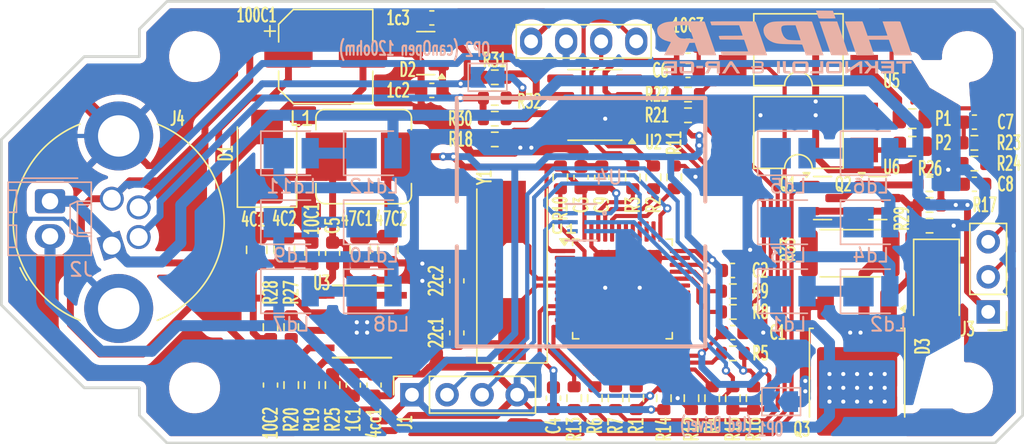
<source format=kicad_pcb>
(kicad_pcb (version 20240108) (generator "pcbnew") (generator_version "8.0")
  (layers (0 "F.Cu" signal) (31 "B.Cu" signal) (34 "B.Paste" user) (35 "F.Paste" user) (36 "B.SilkS" user "B.Silkscreen") (37 "F.SilkS" user "F.Silkscreen") (38 "B.Mask" user) (39 "F.Mask" user) (44 "Edge.Cuts" user))
  (net 0 "")
  (net 1 "Net-(U3-COMP)")
  (net 2 "Net-(1C1-Pad2)")
  (net 3 "CAN_H")
  (net 4 "GND")
  (net 5 "CAN_L")
  (net 6 "+24V")
  (net 7 "Net-(U3-SS)")
  (net 8 "+3.3V")
  (net 9 "Net-(U1-PD1)")
  (net 10 "Net-(U1-PD0)")
  (net 11 "Net-(U3-BOOT)")
  (net 12 "Net-(D1-K)")
  (net 13 "Net-(C7-Pad1)")
  (net 14 "Net-(C8-Pad1)")
  (net 15 "Earth_Clean")
  (net 16 "/-LEDs-")
  (net 17 "/SWCLK")
  (net 18 "/SWDIO")
  (net 19 "IN1")
  (net 20 "IN2")
  (net 21 "Net-(Ld1-A)")
  (net 22 "Net-(Ld2-A)")
  (net 23 "Net-(Ld3-A)")
  (net 24 "Net-(Ld4-A)")
  (net 25 "Net-(Ld5-A)")
  (net 26 "Net-(Ld7-A)")
  (net 27 "Net-(Q3-S)")
  (net 28 "Net-(OP2-Pad1)")
  (net 29 "Net-(P1-Pad2)")
  (net 30 "Net-(P2-Pad2)")
  (net 31 "Net-(Q1-C)")
  (net 32 "/T2CH1_PWM")
  (net 33 "Net-(Q2-C)")
  (net 34 "/B0_INT")
  (net 35 "Net-(U1-PB0)")
  (net 36 "Net-(U1-PB8)")
  (net 37 "/B8_OL_SCL")
  (net 38 "Net-(U1-PB9)")
  (net 39 "/B9_OL_SDA")
  (net 40 "Net-(U1-PB10)")
  (net 41 "/B10_COL_SCL")
  (net 42 "/B11_COL_SDA")
  (net 43 "Net-(U1-PB11)")
  (net 44 "Net-(U1-PA2)")
  (net 45 "/A2_IN1")
  (net 46 "/A3_IN2")
  (net 47 "Net-(U1-PA3)")
  (net 48 "Net-(U1-PA11)")
  (net 49 "/A11_CANRX")
  (net 50 "Net-(U1-PA12)")
  (net 51 "/A12_CANTX")
  (net 52 "Net-(U1-NRST)")
  (net 53 "Net-(U1-BOOT0)")
  (net 54 "Net-(U1-PB2)")
  (net 55 "Net-(U1-PA0)")
  (net 56 "Net-(U2-Rs)")
  (net 57 "Net-(U3-VSENSE)")
  (net 58 "Net-(U3-EN)")
  (net 59 "Net-(U2-CANH)")
  (net 60 "Net-(U2-CANL)")
  (net 85 "Net-(Ld10-K)")
  (net 86 "Net-(Ld10-A)")
  (net 87 "Net-(Ld11-A)")
  (net 88 "Net-(Ld8-A)")
  (footprint "Fuse:Fuse_0805_2012Metric" (layer "F.Cu") (at 78 22.5 180)
    (property "Reference" "P2")
    (property "Value" "PTC 50ma" (hide yes))
  )
  (footprint "NetTie:NetTie-2_SMD_Pad0.5mm" (layer "F.Cu") (at 17.25 19)
    (property "Reference" "CMN1" (hide yes))
    (property "Value" "EarthClean" (hide yes))
  )
  (footprint "Resistor_SMD:R_0603_1608Metric" (layer "F.Cu") (at 66.5 40.75 -90)
    (property "Reference" "R16")
    (property "Value" "10K" (hide yes))
  )
  (footprint "MountingHole:MountingHole_3.2mm_M3" (layer "F.Cu") (at 82 16)
    (property "Reference" "H4" (hide yes))
    (property "Value" "MountingHole_3.2mm_M3" (hide yes))
  )
  (footprint "Diode_SMD:D_SMA" (layer "F.Cu") (at 79.75 32.75 -90)
    (property "Reference" "D3")
    (property "Value" "US1M" (hide yes))
  )
  (footprint "Resistor_SMD:R_0603_1608Metric" (layer "F.Cu") (at 82.5 23.75)
    (property "Reference" "R24")
    (property "Value" "3.3K" (hide yes))
  )
  (footprint "Resistor_SMD:R_0603_1608Metric" (layer "F.Cu") (at 63.5 40.75 90)
    (property "Reference" "R4")
    (property "Value" "220" (hide yes))
  )
  (footprint "Crystal:Crystal_SMD_HC49-SD" (layer "F.Cu") (at 49 31.5 90)
    (property "Reference" "Y1")
    (property "Value" "8Mhz" (hide yes))
  )
  (footprint "Capacitor_SMD:C_0603_1608Metric" (layer "F.Cu") (at 45 36.025 90)
    (property "Reference" "22c1")
    (property "Value" "22pF" (hide yes))
  )
  (footprint "Capacitor_SMD:C_0603_1608Metric" (layer "F.Cu") (at 52 40.75 90)
    (property "Reference" "C4")
    (property "Value" "100nF" (hide yes))
  )
  (footprint "Resistor_SMD:R_0603_1608Metric" (layer "F.Cu") (at 57.75 24.75 -90)
    (property "Reference" "R3")
    (property "Value" "220" (hide yes))
  )
  (footprint "Package_DIP:SMDIP-4_W9.53mm" (layer "F.Cu") (at 69.75 21.5 180)
    (property "Reference" "U6")
    (property "Value" "LTV-817S" (hide yes))
  )
  (footprint "Package_SO:SOIC-8_3.9x4.9mm_P1.27mm" (layer "F.Cu") (at 55 19.5 180)
    (property "Reference" "U2")
    (property "Value" "SN65HVD230" (hide yes))
  )
  (footprint "MountingHole:MountingHole_3.2mm_M3" (layer "F.Cu") (at 26 40)
    (property "Reference" "H6" (hide yes))
    (property "Value" "MountingHole_3.2mm_M3" (hide yes))
  )
  (footprint "Package_TO_SOT_SMD:SOT-23" (layer "F.Cu") (at 42.75 15.75 180)
    (property "Reference" "D2")
    (property "Value" "NUP2105L" (hide yes))
  )
  (footprint "Resistor_SMD:R_0603_1608Metric" (layer "F.Cu") (at 47.75 17.5 180)
    (property "Reference" "R31")
    (property "Value" "0" (hide yes))
  )
  (footprint "TPS54331DDAR:DDA8_3X2P13-L" (layer "F.Cu") (at 38.128649 35.2)
    (property "Reference" "U3")
    (property "Value" "TPS54331DDAR" (hide yes))
  )
  (footprint "Resistor_SMD:R_0603_1608Metric" (layer "F.Cu") (at 33 35.6 90)
    (property "Reference" "R27")
    (property "Value" "68K" (hide yes))
  )
  (footprint "Capacitor_SMD:C_0603_1608Metric" (layer "F.Cu") (at 34.5 30.25 90)
    (property "Reference" "10C1")
    (property "Value" "10nF" (hide yes))
  )
  (footprint "MountingHole:MountingHole_2.1mm" (layer "F.Cu") (at 44 28)
    (property "Reference" "H1" (hide yes))
    (property "Value" "MountingHole_2.1mm" (hide yes))
  )
  (footprint "Package_TO_SOT_SMD:SOT-23" (layer "F.Cu") (at 71.5 26.25)
    (property "Reference" "Q1")
    (property "Value" "MMBT3904" (hide yes))
  )
  (footprint "Resistor_SMD:R_2512_6332Metric" (layer "F.Cu") (at 73.5 30.25 180)
    (property "Reference" "R33")
    (property "Value" "47" (hide yes))
  )
  (footprint "Resistor_SMD:R_0603_1608Metric" (layer "F.Cu") (at 47.75 22)
    (property "Reference" "R18")
    (property "Value" "10K" (hide yes))
  )
  (footprint "MountingHole:MountingHole_3.2mm_M3" (layer "F.Cu") (at 82 40)
    (property "Reference" "H5" (hide yes))
    (property "Value" "MountingHole_3.2mm_M3" (hide yes))
  )
  (footprint "Capacitor_SMD:C_0603_1608Metric" (layer "F.Cu") (at 65 36 180)
    (property "Reference" "C1")
    (property "Value" "100nF" (hide yes))
  )
  (footprint "Package_DIP:SMDIP-4_W9.53mm" (layer "F.Cu") (at 69.75 15.5 180)
    (property "Reference" "U5")
    (property "Value" "LTV-817S" (hide yes))
  )
  (footprint "Resistor_SMD:R_0603_1608Metric" (layer "F.Cu") (at 33 39.8 90)
    (property "Reference" "R20")
    (property "Value" "3.3K" (hide yes))
  )
  (footprint "Capacitor_SMD:C_0603_1608Metric" (layer "F.Cu") (at 39 39.8 -90)
    (property "Reference" "4cc1")
    (property "Value" "47pF" (hide yes))
  )
  (footprint "Resistor_SMD:R_0603_1608Metric" (layer "F.Cu") (at 58 40.75 90)
    (property "Reference" "R1")
    (property "Value" "220" (hide yes))
  )
  (footprint "Package_TO_SOT_SMD:SOT-23" (layer "F.Cu") (at 75.5 26.25)
    (property "Reference" "Q2")
    (property "Value" "MMBT3904" (hide yes))
  )
  (footprint "Capacitor_SMD:C_0603_1608Metric" (layer "F.Cu") (at 82.5 25.25 180)
    (property "Reference" "C8")
    (property "Value" "100nF" (hide yes))
  )
  (footprint "Connector_PinSocket_2.54mm:PinSocket_1x04_P2.54mm_Vertical" (layer "F.Cu") (at 41.75 40.5 90)
    (property "Reference" "J1")
    (property "Value" "SWD" (hide yes))
  )
  (footprint "MountingHole:MountingHole_2.1mm" (layer "F.Cu") (at 64 28)
    (property "Reference" "H2" (hide yes))
    (property "Value" "MountingHole_2.1mm" (hide yes))
  )
  (footprint "Capacitor_SMD:C_0603_1608Metric" (layer "F.Cu") (at 61.75 17)
    (property "Reference" "C6")
    (property "Value" "100nF" (hide yes))
  )
  (footprint "Resistor_SMD:R_0603_1608Metric" (layer "F.Cu") (at 55 40.75 -90)
    (property "Reference" "R6")
    (property "Value" "220" (hide yes))
  )
  (footprint "Resistor_SMD:R_0603_1608Metric" (layer "F.Cu") (at 82.5 22.25)
    (property "Reference" "R23")
    (property "Value" "3.3K" (hide yes))
  )
  (footprint "Resistor_SMD:R_0603_1608Metric" (layer "F.Cu") (at 65 34.5)
    (property "Reference" "R8")
    (property "Value" "220" (hide yes))
  )
  (footprint "Capacitor_SMD:C_0603_1608Metric" (layer "F.Cu") (at 43.1875 18.45 180)
    (property "Reference" "1c2")
    (property "Value" "100pF" (hide yes))
  )
  (footprint "Inductor_SMD:L_Bourns_SRP7028A_7.3x6.6mm" (layer "F.Cu") (at 38.25 23.25)
    (property "Reference" "L1")
    (property "Value" "6.8uH" (hide yes))
  )
  (footprint "Connector_TE-Connectivity:TE_T4041037041-000_M8_04_Socket_Straight" (layer "F.Cu") (at 20.5 28 90)
    (property "Reference" "J4")
    (property "Value" "IEC61076-2_M8_A-coding_01x04_Receptacle_Shielded" (hide yes))
  )
  (footprint "Resistor_SMD:R_0603_1608Metric" (layer "F.Cu") (at 47.75 20.5 180)
    (property "Reference" "R30")
    (property "Value" "0" (hide yes))
  )
  (footprint "Capacitor_SMD:C_0603_1608Metric" (layer "F.Cu") (at 64.975 31.5 180)
    (property "Reference" "C2")
    (property "Value" "100nF" (hide yes))
  )
  (footprint "Resistor_SMD:R_0603_1608Metric" (layer "F.Cu") (at 60.75 24.75 -90)
    (property "Reference" "R11")
    (property "Value" "10K" (hide yes))
  )
  (footprint "Resistor_SMD:R_0603_1608Metric" (layer "F.Cu") (at 62 40.75 90)
    (property "Reference" "R12")
    (property "Value" "10K" (hide yes))
  )
  (footprint "Capacitor_SMD:C_0603_1608Metric" (layer "F.Cu") (at 82.5 20.75)
    (property "Reference" "C7")
    (property "Value" "100nF" (hide yes))
  )
  (footprint "Connector_PinHeader_2.54mm:PinHeader_1x03_P2.54mm_Vertical" (layer "F.Cu") (at 83.5 34.5 180)
    (property "Reference" "J3")
    (property "Value" "Conn_01x03" (hide yes))
  )
  (footprint "Capacitor_SMD:C_0603_1608Metric" (layer "F.Cu") (at 61.75 15.25)
    (property "Reference" "10C3")
    (property "Value" "10uF" (hide yes))
  )
  (footprint "Fuse:Fuse_0805_2012Metric" (layer "F.Cu") (at 78 20.5 180)
    (property "Reference" "P1")
    (property "Value" "PTC 50ma" (hide yes))
  )
  (footprint "Resistor_SMD:R_0603_1608Metric" (layer "F.Cu") (at 65 37.5 180)
    (property "Reference" "R5")
    (property "Value" "220" (hide yes))
  )
  (footprint "Package_TO_SOT_SMD:TO-252-2" (layer "F.Cu") (at 74 39 -90)
    (property "Reference" "Q3")
    (property "Value" "IRFR024PBF " (hide yes))
  )
  (footprint "Resistor_SMD:R_0603_1608Metric" (layer "F.Cu") (at 52.5 24.75 -90)
    (property "Reference" "R10")
    (property "Value" "10K" (hide yes))
  )
  (footprint "Capacitor_SMD:C_0603_1608Metric" (layer "F.Cu") (at 45 32.25 -90)
    (property "Reference" "22c2")
    (property "Value" "22pF" (hide yes))
  )
  (footprint "Capacitor_SMD:C_0603_1608Metric" (layer "F.Cu") (at 43.1875 13.2)
    (property "Reference" "1c3")
    (property "Value" "100pF" (hide yes))
  )
  (footprint "Resistor_SMD:R_0603_1608Metric" (layer "F.Cu") (at 53.5 40.75 -90)
    (property "Reference" "R13")
    (property "Value" "10K" (hide yes))
  )
  (footprint "Package_QFP:LQFP-48_7x7mm_P0.5mm" (layer "F.Cu") (at 57 32.8375)
    (property "Reference" "U1")
    (property "Value" "STM32F103CBT6" (hide yes))
  )
  (footprint "Resistor_SMD:R_0603_1608Metric" (layer "F.Cu") (at 65 33)
    (property "Reference" "R9")
    (property "Value" "220" (hide yes))
  )
  (footprint "Capacitor_SMD:C_0603_1608Metric" (layer "F.Cu") (at 55.5 24.75 -90)
    (property "Reference" "C9")
    (property "Value" "100nF" (hide yes))
  )
  (footprint "MountingHole:MountingHole_3.2mm_M3" (layer "F.Cu") (at 26 16)
    (property "Reference" "H3" (hide yes))
    (property "Value" "MountingHole_3.2mm_M3" (hide yes))
  )
  (footprint "Capacitor_SMD:C_0805_2012Metric" (layer "F.Cu") (at 40 30 -90)
    (property "Reference" "47C2")
    (property "Value" "47uF" (hide yes))
  )
  (footprint "Resistor_SMD:R_0603_1608Metric" (layer "F.Cu") (at 47.75 19 180)
    (property "Reference" "R32")
    (property "Value" "120" (hide yes))
  )
  (footprint "OLEDI2C:128x64OLED" (layer "F.Cu") (at 54 25.5)
    (property "Reference" "Sc1" (hide yes))
    (property "Value" "SSD1306" (hide yes))
  )
  (footprint "Capacitor_SMD:C_0603_1608Metric" (layer "F.Cu") (at 54 24.75 -90)
    (property "Reference" "C3")
    (property "Value" "100nF" (hide yes))
  )
  (footprint "Capacitor_SMD:C_0805_2012Metric" (layer "F.Cu") (at 38 30 -90)
    (property "Reference" "47C1")
    (property "Value" "47uF" (hide yes))
  )
  (footprint "Capacitor_SMD:C_0603_1608Metric" (layer "F.Cu") (at 36 30.25 -90)
    (property "Reference" "C5")
    (property "Value" "100nF" (hide yes))
  )
  (footprint "Resistor_SMD:R_0603_1608Metric" (layer "F.Cu") (at 61.75 20.25 180)
    (property "Reference" "R21")
    (property "Value" "3.3K" (hide yes))
  )
  (footprint "Resistor_SMD:R_0603_1608Metric" (layer "F.Cu") (at 59.25 24.75 -90)
    (property "Reference" "R2")
    (property "Value" "220" (hide yes))
  )
  (footprint "Resistor_SMD:R_0603_1608Metric" (layer "F.Cu") (at 60 40.75 -90)
    (property "Reference" "R14")
    (property "Value" "10K" (hide yes))
  )
  (footprint "Resistor_SMD:R_0603_1608Metric" (layer "F.Cu") (at 36 39.8 90)
    (property "Reference" "R25")
    (property "Value" "30K" (hide yes))
  )
  (footprint "Capacitor_SMD:C_0603_1608Metric" (layer "F.Cu") (at 31.5 39.8 -90)
    (property "Reference" "10C2")
    (property "Value" "10nF" (hide yes))
  )
  (footprint "Resistor_SMD:R_0603_1608Metric" (layer "F.Cu") (at 65 40.75 -90)
    (property "Reference" "R15")
    (property "Value" "10K" (hide yes))
  )
  (footprint "Resistor_SMD:R_0603_1608Metric" (layer "F.Cu") (at 79.25 25.25)
    (property "Reference" "R26")
    (property "Value" "30K" (hide yes))
  )
  (footprint "Capacitor_SMD:CP_Elec_6.3x7.7" (layer "F.Cu") (at 35.5 16)
    (property "Reference" "100C1")
    (property "Value" "100uF/35V" (hide yes))
  )
  (footprint "Capacitor_SMD:C_0805_2012Metric" (layer "F.Cu") (at 32.5 30 90)
    (property "Reference" "4C2")
    (property "Value" "4.7uF" (hide yes))
  )
  (footprint "Resistor_SMD:R_0603_1608Metric" (layer "F.Cu") (at 56.5 40.75 -90)
    (property "Reference" "R7")
    (property "Value" "220" (hide yes))
  )
  (footprint "Resistor_SMD:R_0603_1608Metric" (layer "F.Cu") (at 34.5 39.8 -90)
    (property "Reference" "R19")
    (property "Value" "10K" (hide yes))
  )
  (footprint "Capacitor_SMD:C_0805_2012Metric" (layer "F.Cu") (at 30.5 30 90)
    (property "Reference" "4C1")
    (property "Value" "4.7uF" (hide yes))
  )
  (footprint "Resistor_SMD:R_0603_1608Metric" (layer "F.Cu") (at 61.75 18.75 180)
    (property "Reference" "R22")
    (property "Value" "3.3K" (hide yes))
  )
  (footprint "Resistor_SMD:R_0603_1608Metric" (layer "F.Cu") (at 79.25 26.75)
    (property "Reference" "R17")
    (property "Value" "10K" (hide yes))
  )
  (footprint "Resistor_SMD:R_0603_1608Metric" (layer "F.Cu") (at 31.5 35.6 -90)
    (property "Reference" "R28")
    (property "Value" "330K" (hide yes))
  )
  (footprint "Diode_SMD:D_SMB" (layer "F.Cu") (at 31.25 23.25 90)
    (property "Reference" "D1")
    (property "Value" "SS34" (hide yes))
  )
  (footprint "Resistor_SMD:R_0603_1608Metric" (layer "F.Cu") (at 79.25 28.25 180)
    (property "Reference" "R29")
    (property "Value" "330K" (hide yes))
  )
  (footprint "Capacitor_SMD:C_0603_1608Metric" (layer "F.Cu") (at 37.5 39.8 -90)
    (property "Reference" "1C1")
    (property "Value" "1nF" (hide yes))
  )
  (footprint "LED_SMD:LED_PLCC_2835" (layer "B.Cu") (at 39 28)
    (property "Reference" "Ld10")
    (property "Value" "LED" (hide yes))
  )
  (footprint "LED_SMD:LED_PLCC_2835" (layer "B.Cu") (at 39 23)
    (property "Reference" "Ld12")
    (property "Value" "LED" (hide yes))
  )
  (footprint "LED_SMD:LED_PLCC_2835" (layer "B.Cu") (at 69 33)
    (property "Reference" "Ld1")
    (property "Value" "LED" (hide yes))
  )
  (footprint "LOGO" (layer "B.Cu") (at 68.75 15 180)
    (property "Reference" "HİPER" (hide yes))
    (property "Value" "LOGO" (hide yes))
  )
  (footprint "Jumper:SolderJumper-2_P1.3mm_Open_TrianglePad1.0x1.5mm" (layer "B.Cu") (at 47.225 17.5 180)
    (property "Reference" "OP2")
    (property "Value" "jumper" (hide yes))
  )
  (footprint "Connector_Molex:Molex_KK-254_AE-6410-02A_1x02_P2.54mm_Vertical" (layer "B.Cu") (at 15.522539 26.48 -90)
    (property "Reference" "J2")
    (property "Value" "2pin connector" (hide yes))
  )
  (footprint "LED_SMD:LED_PLCC_2835" (layer "B.Cu") (at 69 28)
    (property "Reference" "Ld3")
    (property "Value" "LED" (hide yes))
  )
  (footprint "LED_SMD:LED_PLCC_2835" (layer "B.Cu") (at 75 23)
    (property "Reference" "Ld6")
    (property "Value" "LED" (hide yes))
  )
  (footprint "LED_SMD:LED_PLCC_2835" (layer "B.Cu") (at 69 23)
    (property "Reference" "Ld5")
    (property "Value" "LED" (hide yes))
  )
  (footprint "TCS34725FN:TCS34725FN_AMS" (layer "B.Cu") (at 54 28 180)
    (property "Reference" "U4")
    (property "Value" "TCS34725FN" (hide yes))
  )
  (footprint "LED_SMD:LED_PLCC_2835" (layer "B.Cu") (at 33 33)
    (property "Reference" "Ld7")
    (property "Value" "LED" (hide yes))
  )
  (footprint "LED_SMD:LED_PLCC_2835" (layer "B.Cu") (at 39 33)
    (property "Reference" "Ld8")
    (property "Value" "LED" (hide yes))
  )
  (footprint "LED_SMD:LED_PLCC_2835" (layer "B.Cu") (at 33 28)
    (property "Reference" "Ld9")
    (property "Value" "LED" (hide yes))
  )
  (footprint "Jumper:SolderJumper-2_P1.3mm_Open_TrianglePad1.0x1.5mm" (layer "B.Cu") (at 68.5 41 180)
    (property "Reference" "OP1")
    (property "Value" "jumper" (hide yes))
  )
  (footprint "LED_SMD:LED_PLCC_2835" (layer "B.Cu") (at 33 23)
    (property "Reference" "Ld11")
    (property "Value" "LED" (hide yes))
  )
  (footprint "LED_SMD:LED_PLCC_2835" (layer "B.Cu") (at 75 33)
    (property "Reference" "Ld2")
    (property "Value" "LED" (hide yes))
  )
  (footprint "LED_SMD:LED_PLCC_2835" (layer "B.Cu") (at 75 28)
    (property "Reference" "Ld4")
    (property "Value" "LED" (hide yes))
  )
  (gr_line (start 45 37) (end 45 29.75) (stroke (width 0.3)) (layer "B.SilkS"))
  (gr_line (start 63 19) (end 45 19) (stroke (width 0.3)) (layer "B.SilkS"))
  (gr_line (start 63 19) (end 63 26.5) (stroke (width 0.3)) (layer "B.SilkS"))
  (gr_line (start 63 37) (end 45 37) (stroke (width 0.3)) (layer "B.SilkS"))
  (gr_line (start 45 19) (end 45 26.5) (stroke (width 0.3)) (layer "B.SilkS"))
  (gr_line (start 63 29.75) (end 63 37) (stroke (width 0.3)) (layer "B.SilkS"))
  (gr_poly (pts (xy 86 14) (xy 84 12) (xy 24 12) (xy 22 14) (xy 22 16) (xy 18 16) (xy 12 22) (xy 12 34) (xy 18 40) (xy 22 40) (xy 22 42) (xy 24 44) (xy 84 44) (xy 86 42)) (stroke (width 0.2)) (fill none) (layer "Edge.Cuts"))
  (gr_text "(canOpen 120ohm)" (at 45.25 16 0) (layer "B.SilkS") (effects (font (size 1 0.6) (thickness 0.15) (bold yes)) (justify left bottom mirror)))
  (gr_text "(led Driver)" (at 66.5 43.25 0) (layer "B.SilkS") (effects (font (size 1 0.6) (thickness 0.15) (bold yes)) (justify left bottom mirror)))
  (segment (start 42.25 37.775) (end 42.25 36.5) (width 0.5) (layer "F.Cu") (net 1))
  (segment (start 39 39.025) (end 39.825 38.2) (width 0.5) (layer "F.Cu") (net 1))
  (segment (start 37.5 39.025) (end 39 39.025) (width 0.5) (layer "F.Cu") (net 1))
  (segment (start 42.25 36.5) (end 41.585 35.835) (width 0.5) (layer "F.Cu") (net 1))
  (segment (start 41.825 38.2) (end 42.25 37.775) (width 0.5) (layer "F.Cu") (net 1))
  (segment (start 41.585 35.835) (end 40.75 35.835) (width 0.5) (layer "F.Cu") (net 1))
  (segment (start 39.825 38.2) (end 41.825 38.2) (width 0.5) (layer "F.Cu") (net 1))
  (segment (start 37.5 40.5875) (end 36 39.0875) (width 0.5) (layer "F.Cu") (net 2))
  (segment (start 36 39.0875) (end 36 38.975) (width 0.5) (layer "F.Cu") (net 2))
  (segment (start 37.5 40.775) (end 37.5 40.5875) (width 0.5) (layer "F.Cu") (net 2))
  (segment (start 43.9625 18.45) (end 43.9625 16.975) (width 0.5) (layer "F.Cu") (net 3))
  (segment (start 45.25 19) (end 46.9 19) (width 0.5) (layer "F.Cu") (net 3))
  (segment (start 46.9 19) (end 46.9 20.5) (width 0.5) (layer "F.Cu") (net 3))
  (segment (start 43.9625 16.975) (end 43.6875 16.7) (width 0.5) (layer "F.Cu") (net 3))
  (segment (start 45.25 19) (end 44.5125 19) (width 0.5) (layer "F.Cu") (net 3))
  (segment (start 44.5125 19) (end 43.9625 18.45) (width 0.5) (layer "F.Cu") (net 3))
  (via (at 45.25 19) (size 0.6) (drill 0.3) (layers "F.Cu" "B.Cu") (net 3))
  (segment (start 23.5 27.525) (end 21.95 29.075) (width 0.5) (layer "B.Cu") (net 3))
  (segment (start 31 19) (end 23.5 26.5) (width 0.5) (layer "B.Cu") (net 3))
  (segment (start 23.5 26.5) (end 23.5 27.525) (width 0.5) (layer "B.Cu") (net 3))
  (segment (start 45.25 19) (end 31 19) (width 0.5) (layer "B.Cu") (net 3))
  (segment (start 64.985 20.23) (end 65.02 20.23) (width 0.2) (layer "F.Cu") (net 4))
  (segment (start 61.825 41.575) (end 61 40.75) (width 0.3) (layer "F.Cu") (net 4))
  (segment (start 71 20.23) (end 71 19.25) (width 0.5) (layer "F.Cu") (net 4))
  (segment (start 54.9125 33.5875) (end 55.75 32.75) (width 0.3) (layer "F.Cu") (net 4))
  (segment (start 45 34) (end 45 35) (width 0.5) (layer "F.Cu") (net 4))
  (segment (start 41.6 42) (end 40.5 43.1) (width 0.5) (layer "F.Cu") (net 4))
  (segment (start 54.75 29.75) (end 55.75 30.75) (width 0.3) (layer "F.Cu") (net 4))
  (segment (start 65.75 30.5) (end 65.75 31.5) (width 0.3) (layer "F.Cu") (net 4))
  (segment (start 65.775 36) (end 67.2 36) (width 0.3) (layer "F.Cu") (net 4))
  (segment (start 49.37 40.5) (end 50.395 41.525) (width 0.3) (layer "F.Cu") (net 4))
  (segment (start 33 41.8) (end 33 40.625) (width 0.5) (layer "F.Cu") (net 4))
  (segment (start 38.45 15.75) (end 38.2 16) (width 0.5) (layer "F.Cu") (net 4))
  (segment (start 31.5 29.05) (end 32.5 29.05) (width 0.5) (layer "F.Cu") (net 4))
  (segment (start 39 41.5) (end 39 40.575) (width 0.5) (layer "F.Cu") (net 4))
  (segment (start 30.075 37.275) (end 32.15 37.275) (width 0.5) (layer "F.Cu") (net 4))
  (segment (start 83.275 20.75) (end 83.275 20.025) (width 0.3) (layer "F.Cu") (net 4))
  (segment (start 36.2 41.6) (end 38.9 41.6) (width 0.5) (layer "F.Cu") (net 4))
  (segment (start 43.315 34.565) (end 43.5 34.38) (width 0.5) (layer "F.Cu") (net 4))
  (segment (start 49.2 23) (end 45.98125 23) (width 0.5) (layer "F.Cu") (net 4))
  (segment (start 34.3 43.1) (end 33 41.8) (width 0.5) (layer "F.Cu") (net 4))
  (segment (start 40.25 40.5) (end 40.25 39.4) (width 0.5) (layer "F.Cu") (net 4))
  (segment (start 49.37 40.5) (end 47.87 42) (width 0.5) (layer "F.Cu") (net 4))
  (segment (start 52.8375 33.5875) (end 54.9125 33.5875) (width 0.3) (layer "F.Cu") (net 4))
  (segment (start 58.25 31.25) (end 58.25 32.75) (width 0.3) (layer "F.Cu") (net 4))
  (segment (start 33.1 19.25) (end 37.25 19.25) (width 0.5) (layer "F.Cu") (net 4))
  (segment (start 65.04 20.25) (end 65.02 20.23) (width 0.5) (layer "F.Cu") (net 4))
  (segment (start 36 40.625) (end 36 41.4) (width 0.5) (layer "F.Cu") (net 4))
  (segment (start 74.5 31.75) (end 75 31.25) (width 0.8) (layer "F.Cu") (net 4))
  (segment (start 28.865807 28.615807) (end 29.3 29.05) (width 0.5) (layer "F.Cu") (net 4))
  (segment (start 76.5 14.75) (end 75.98 14.23) (width 0.3) (layer "F.Cu") (net 4))
  (segment (start 62 41.575) (end 61.825 41.575) (width 0.3) (layer "F.Cu") (net 4))
  (segment (start 80.5 19.75) (end 79.75 19) (width 0.3) (layer "F.Cu") (net 4))
  (segment (start 45 32.775) (end 45 34) (width 0.5) (layer "F.Cu") (net 4))
  (segment (start 22.25 37.55) (end 25.8 34) (width 0.5) (layer "F.Cu") (net 4))
  (segment (start 74.25 36) (end 74.5 35.75) (width 0.8) (layer "F.Cu") (net 4))
  (segment (start 30 37.2) (end 30 40.25) (width 0.5) (layer "F.Cu") (net 4))
  (segment (start 54 23.975) (end 54 23.2) (width 0.5) (layer "F.Cu") (net 4))
  (segment (start 71 20.23) (end 71 20.25) (width 0.5) (layer "F.Cu") (net 4))
  (segment (start 71 20.25) (end 71 23.25) (width 0.5) (layer "F.Cu") (net 4))
  (segment (start 37.75 35.25) (end 38.128649 35.405) (width 0.5) (layer "F.Cu") (net 4))
  (segment (start 49.6 22.6) (end 49.2 23) (width 0.5) (layer "F.Cu") (net 4))
  (segment (start 57.475 20.135) (end 56.115 20.135) (width 0.5) (layer "F.Cu") (net 4))
  (segment (start 29.3 29.05) (end 30.5 29.05) (width 0.5) (layer "F.Cu") (net 4))
  (segment (start 17.8 31.8) (end 17 32.6) (width 0.5) (layer "F.Cu") (net 4))
  (segment (start 62.525 17) (end 62.525 15.25) (width 0.3) (layer "F.Cu") (net 4))
  (segment (start 71 19.25) (end 71 14.23) (width 0.5) (layer "F.Cu") (net 4))
  (segment (start 43.63 34.25) (end 43.5 34.38) (width 0.5) (layer "F.Cu") (net 4))
  (segment (start 54.75 28.675) (end 54.75 29.75) (width 0.3) (layer "F.Cu") (net 4))
  (segment (start 43.5 34.38) (end 43.5 34.75) (width 0.5) (layer "F.Cu") (net 4))
  (segment (start 28.4 34) (end 28.4 35.6) (width 0.5) (layer "F.Cu") (net 4))
  (segment (start 42.5 39) (end 43 38.5) (width 0.5) (layer "F.Cu") (net 4))
  (segment (start 43.5 34.75) (end 43.5 38.25) (width 0.5) (layer "F.Cu") (net 4))
  (segment (start 76.5 17.25) (end 76.5 14.75) (width 0.3) (layer "F.Cu") (net 4))
  (segment (start 42.4125 13.2) (end 42.4125 15.15) (width 0.5) (layer "F.Cu") (net 4))
  (segment (start 73.5 36) (end 74.25 36) (width 0.8) (layer "F.Cu") (net 4))
  (segment (start 53.4 22.6) (end 50.4 22.6) (width 0.5) (layer "F.Cu") (net 4))
  (segment (start 43 38.5) (end 43.5 38.5) (width 0.5) (layer "F.Cu") (net 4))
  (segment (start 36 41.4) (end 36.2 41.6) (width 0.5) (layer "F.Cu") (net 4))
  (segment (start 26.75 23.75) (end 26.75 21) (width 0.5) (layer "F.Cu") (net 4))
  (segment (start 42.4125 15.15) (end 41.8125 15.75) (width 0.5) (layer "F.Cu") (net 4))
  (segment (start 34.025 29) (end 32.55 29) (width 0.5) (layer "F.Cu") (net 4))
  (segment (start 76.4625 30.25) (end 76.4625 27.7125) (width 0.5) (layer "F.Cu") (net 4))
  (segment (start 17 32.6) (end 17 35.4) (width 0.5) (layer "F.Cu") (net 4))
  (segment (start 40.75 34.565) (end 38.968649 34.565) (width 0.5) (layer "F.Cu") (net 4))
  (segment (start 31.25 21.1) (end 33.1 19.25) (width 0.5) (layer "F.Cu") (net 4))
  (segment (start 61.50576 23.925) (end 60.75 23.925) (width 0.3) (layer "F.Cu") (net 4))
  (segment (start 42.4125 19.43125) (end 42.4125 18.45) (width 0.5) (layer "F.Cu") (net 4))
  (segment (start 28.865807 23.634193) (end 28.865807 28.615807) (width 0.5) (layer "F.Cu") (net 4))
  (segment (start 59.25 37) (end 59.25 33.75) (width 0.3) (layer "F.Cu") (net 4))
  (segment (start 28.4 35.6) (end 30 37.2) (width 0.5) (layer "F.Cu") (net 4))
  (segment (start 30 17.75) (end 30 14.75) (width 0.5) (layer "F.Cu") (net 4))
  (segment (start 30 14.75) (end 31.75 13) (width 0.5) (layer "F.Cu") (net 4))
  (segment (start 42.4125 16.35) (end 41.8125 15.75) (width 0.5) (layer "F.Cu") (net 4))
  (segment (start 59.25 33.75) (end 58.25 32.75) (width 0.3) (layer "F.Cu") (net 4))
  (segment (start 81 28.25) (end 80.075 28.25) (width 0.5) (layer "F.Cu") (net 4))
  (segment (start 42.5 31) (end 42.5 32.25) (width 0.5) (layer "F.Cu") (net 4))
  (segment (start 74.515 20.23) (end 71 20.23) (width 0.5) (layer "F.Cu") (net 4))
  (segment (start 67 20.25) (end 65.04 20.25) (width 0.5) (layer "F.Cu") (net 4))
  (segment (start 45 34.25) (end 43.63 34.25) (width 0.5) (layer "F.Cu") (net 4))
  (segment (start 43.5 38.5) (end 43.5 38.25) (width 0.5) (layer "F.Cu") (net 4))
  (segment (start 47.87 42) (end 41.6 42) (width 0.5) (layer "F.Cu") (net 4))
  (segment (start 74.5 35.75) (end 74.5 31.75) (width 0.8) (layer "F.Cu") (net 4))
  (segment (start 61.1625 30.5875) (end 58.9125 30.5875) (width 0.3) (layer "F.Cu") (net 4))
  (segment (start 17.8 27) (end 17.8 31.8) (width 0.5) (layer "F.Cu") (net 4))
  (segment (start 38.5 35.25) (end 37.75 35.25) (width 0.5) (layer "F.Cu") (net 4))
  (segment (start 45.98125 23) (end 44.98125 22) (width 0.5) (layer "F.Cu") (net 4))
  (segment (start 54 23.2) (end 53.4 22.6) (width 0.5) (layer "F.Cu") (net 4))
  (segment (start 62.29038 24.70962) (end 61.50576 23.925) (width 0.3) (layer "F.Cu") (net 4))
  (segment (start 32.55 29) (end 32.5 29.05) (width 0.5) (layer "F.Cu") (net 4))
  (segment (start 58.9125 30.5875) (end 58.25 31.25) (width 0.3) (layer "F.Cu") (net 4))
  (segment (start 31.75 13) (end 37 13) (width 0.5) (layer "F.Cu") (net 4))
  (segment (start 38.2 18.3) (end 38.2 16) (width 0.5) (layer "F.Cu") (net 4))
  (segment (start 20 26.3) (end 18.5 26.3) (width 0.5) (layer "F.Cu") (net 4))
  (segment (start 38.968649 34.565) (end 38.5 35.25) (width 0.5) (layer "F.Cu") (net 4))
  (segment (start 55.75 30.75) (end 55.75 32.75) (width 0.3) (layer "F.Cu") (net 4))
  (segment (start 75 31.25) (end 76.25 31.25) (width 0.8) (layer "F.Cu") (net 4))
  (segment (start 30 37.2) (end 30.075 37.275) (width 0.5) (layer "F.Cu") (net 4))
  (segment (start 19.15 37.55) (end 22.25 37.55) (width 0.5) (layer "F.Cu") (net 4))
  (segment (start 42.45 30.95) (end 42.5 31) (width 0.5) (layer "F.Cu") (net 4))
  (segment (start 17 35.4) (end 19.15 37.55) (width 0.5) (layer "F.Cu") (net 4))
  (segment (start 64.985 14.23) (end 74.515 14.23) (width 0.5) (layer "F.Cu") (net 4))
  (segment (start 76.4625 27.7125) (end 75.95 27.2) (width 0.5) (layer "F.Cu") (net 4))
  (segment (start 25.5 25) (end 26.75 23.75) (width 0.5) (layer "F.Cu") (net 4))
  (segment (start 20 26.3) (end 21.3 25) (width 0.5) (layer "F.Cu") (net 4))
  (segment (start 83.275 20.025) (end 83 19.75) (width 0.3) (layer "F.Cu") (net 4))
  (segment (start 18.5 26.3) (end 17.8 27) (width 0.5) (layer "F.Cu") (net 4))
  (segment (start 62.525 15.25) (end 63.545 14.23) (width 0.3) (layer "F.Cu") (net 4))
  (segment (start 44.98125 22) (end 46.925 22) (width 0.5) (layer "F.Cu") (net 4))
  (segment (start 66.25 30) (end 65.75 30.5) (width 0.3) (layer "F.Cu") (net 4))
  (segment (start 42.4125 18.45) (end 42.4125 16.35) (width 0.5) (layer "F.Cu") (net 4))
  (segment (start 71 14.23) (end 74.515 14.23) (width 0.5) (layer "F.Cu") (net 4))
  (segment (start 38 30.95) (end 42.45 30.95) (width 0.5) (layer "F.Cu") (net 4))
  (segment (start 75.95 27.2) (end 74.5625 27.2) (width 0.5) (layer "F.Cu") (net 4))
  (segment (start 55.5 23.975) (end 54 23.975) (width 0.5) (layer "F.Cu") (net 4))
  (segment (start 63.545 14.23) (end 64.985 14.23) (width 0.3) (layer "F.Cu") (net 4))
  (segment (start 39 40.575) (end 40.175 40.575) (width 0.5) (layer "F.Cu") (net 4))
  (segment (start 26.75 21) (end 30 17.75) (width 0.5) (layer "F.Cu") (net 4))
  (segment (start 40.75 34.565) (end 43.315 34.565) (width 0.5) (layer "F.Cu") (net 4))
  (segment (start 76.4625 31.0375) (end 76.4625 30.25) (width 0.8) (layer "F.Cu") (net 4))
  (segment (start 56.115 20.135) (end 55.75 20.5) (width 0.5) (layer "F.Cu") (net 4))
  (segment (start 25.8 34) (end 28.4 34) (width 0.5) (layer "F.Cu") (net 4))
  (segment (start 79.75 19) (end 78.25 19) (width 0.3) (layer "F.Cu") (net 4))
  (segment (start 50.4 22.6) (end 49.6 22.6) (width 0.5) (layer "F.Cu") (net 4))
  (segment (start 40.25 39.4) (end 40.65 39) (width 0.5) (layer "F.Cu") (net 4))
  (segment (start 32.15 37.275) (end 33 36.425) (width 0.5) (layer "F.Cu") (net 4))
  (segment (start 42.5 32.25) (end 42.5 34.465) (width 0.5) (layer "F.Cu") (net 4))
  (segment (start 31.25 21.25) (end 28.865807 23.634193) (width 0.5) (layer "F.Cu") (net 4))
  (segment (start 37.25 19.25) (end 38.2 18.3) (width 0.5) (layer "F.Cu") (net 4))
  (segment (start 50.395 41.525) (end 52 41.525) (width 0.3) (layer "F.Cu") (net 4))
  (segment (start 78.25 19) (end 76.5 17.25) (width 0.3) (layer "F.Cu") (net 4))
  (segment (start 42.5 34.465) (end 42.6 34.565) (width 0.5) (layer "F.Cu") (net 4))
  (segment (start 71.95 24.2) (end 80.6 24.2) (width 0.5) (layer "F.Cu") (net 4))
  (segment (start 76.25 31.25) (end 76.4625 31.0375) (width 0.8) (layer "F.Cu") (net 4))
  (segment (start 81.65 25.25) (end 80.6 24.2) (width 0.3) (layer "F.Cu") (net 4))
  (segment (start 47.37 38.5) (end 43.5 38.5) (width 0.5) (layer "F.Cu") (net 4))
  (segment (start 40.65 39) (end 42.5 39) (width 0.5) (layer "F.Cu") (net 4))
  (segment (start 49.37 40.5) (end 47.37 38.5) (width 0.5) (layer "F.Cu") (net 4))
  (segment (start 38.2 14.2) (end 38.2 16) (width 0.5) (layer "F.Cu") (net 4))
  (segment (start 75.98 14.23) (end 74.515 14.23) (width 0.3) (layer "F.Cu") (net 4))
  (segment (start 21.3 25) (end 25.5 25) (width 0.5) (layer "F.Cu") (net 4))
  (segment (start 41.8125 15.75) (end 38.45 15.75) (width 0.5) (layer "F.Cu") (net 4))
  (segment (start 40.5 43.1) (end 34.3 43.1) (width 0.5) (layer "F.Cu") (net 4))
  (segment (start 37 13) (end 38.2 14.2) (width 0.5) (layer "F.Cu") (net 4))
  (segment (start 30.5 29.05) (end 31.5 29.05) (width 0.5) (layer "F.Cu") (net 4))
  (segment (start 83 19.75) (end 80.5 19.75) (width 0.3) (layer "F.Cu") (net 4))
  (segment (start 71 23.25) (end 71.95 24.2) (width 0.5) (layer "F.Cu") (net 4))
  (segment (start 40.175 40.575) (end 40.25 40.5) (width 0.5) (layer "F.Cu") (net 4))
  (segment (start 38.9 41.6) (end 39 41.5) (width 0.5) (layer "F.Cu") (net 4))
  (segment (start 30.375 40.625) (end 33 40.625) (width 0.5) (layer "F.Cu") (net 4))
  (segment (start 44.98125 22) (end 42.4125 19.43125) (width 0.5) (layer "F.Cu") (net 4))
  (segment (start 81.725 25.25) (end 81.65 25.25) (width 0.3) (layer "F.Cu") (net 4))
  (segment (start 30 40.25) (end 30.375 40.625) (width 0.5) (layer "F.Cu") (net 4))
  (segment (start 34.5 29.475) (end 34.025 29) (width 0.5) (layer "F.Cu") (net 4))
  (segment (start 31.25 21.1) (end 31.25 21.25) (width 0.5) (layer "F.Cu") (net 4))
  (segment (start 74.5 27.2) (end 70.5625 27.2) (width 0.5) (layer "F.Cu") (net 4))
  (via (at 67 20.25) (size 0.6) (drill 0.3) (layers "F.Cu" "B.Cu") (net 4))
  (via (at 73.5 36) (size 0.6) (drill 0.3) (layers "F.Cu" "B.Cu") (net 4))
  (via (at 80.6 24.2) (size 0.6) (drill 0.3) (layers "F.Cu" "B.Cu") (net 4))
  (via (at 42.5 31) (size 0.6) (drill 0.3) (layers "F.Cu" "B.Cu") (net 4))
  (via (at 71 20.25) (size 0.6) (drill 0.3) (layers "F.Cu" "B.Cu") (net 4))
  (via (at 50.4 22.6) (size 0.6) (drill 0.3) (layers "F.Cu" "B.Cu") (net 4))
  (via (at 42.5 32.25) (size 0.6) (drill 0.3) (layers "F.Cu" "B.Cu") (net 4))
  (via (at 81 28.25) (size 0.6) (drill 0.3) (layers "F.Cu" "B.Cu") (net 4))
  (via (at 55.75 32.75) (size 0.6) (drill 0.3) (layers "F.Cu" "B.Cu") (net 4))
  (via (at 74.25 36) (size 0.6) (drill 0.3) (layers "F.Cu" "B.Cu") (net 4))
  (via (at 37.75 35.25) (size 0.6) (drill 0.3) (layers "F.Cu" "B.Cu") (net 4))
  (via (at 62.29038 24.70962) (size 0.6) (drill 0.3) (layers "F.Cu" "B.Cu") (net 4))
  (via (at 67.2 36) (size 0.6) (drill 0.3) (layers "F.Cu" "B.Cu") (net 4))
  (via (at 37.75 36) (size 0.6) (drill 0.3) (layers "F.Cu" "B.Cu") (net 4))
  (via (at 66.25 30) (size 0.6) (drill 0.3) (layers "F.Cu" "B.Cu") (net 4))
  (via (at 49.6 22.6) (size 0.6) (drill 0.3) (layers "F.Cu" "B.Cu") (net 4))
  (via (at 38.5 36) (size 0.6) (drill 0.3) (layers "F.Cu" "B.Cu") (net 4))
  (via (at 61 40.75) (size 0.6) (drill 0.3) (layers "F.Cu" "B.Cu") (net 4))
  (via (at 58.25 32.75) (size 0.6) (drill 0.3) (layers "F.Cu" "B.Cu") (net 4))
  (via (at 38.5 35.25) (size 0.6) (drill 0.3) (layers "F.Cu" "B.Cu") (net 4))
  (via (at 71 19.25) (size 0.6) (drill 0.3) (layers "F.Cu" "B.Cu") (net 4))
  (via (at 55.75 20.5) (size 0.6) (drill 0.3) (layers "F.Cu" "B.Cu") (net 4))
  (segment (start 75.75 16.5) (end 80.5 21.25) (width 0.5) (layer "B.Cu") (net 4))
  (segment (start 45 16.5) (end 45.5 16) (width 0.5) (layer "B.Cu") (net 4))
  (segment (start 20 26.3) (end 21.05 25.25) (width 0.5) (layer "B.Cu") (net 4))
  (segment (start 81.95 24.2) (end 83.25 25.5) (width 0.8) (layer "B.Cu") (net 4))
  (segment (start 80.5 24.1) (end 80.6 24.2) (width 0.5) (layer "B.Cu") (net 4))
  (segment (start 83.25 25.5) (end 83.25 27.25) (width 0.8) (layer "B.Cu") (net 4))
  (segment (start 57.649999 28.649999) (end 58.25 29.25) (width 0.3) (layer "B.Cu") (net 4))
  (segment (start 83.25 27.25) (end 82.25 28.25) (width 0.8) (layer "B.Cu") (net 4))
  (segment (start 30.911275 16.5) (end 45 16.5) (width 0.5) (layer "B.Cu") (net 4))
  (segment (start 48.875 16) (end 49.375 16.5) (width 0.5) (layer "B.Cu") (net 4))
  (segment (start 52.92 14.9) (end 52.92 16.5) (width 0.5) (layer "B.Cu") (net 4))
  (segment (start 22.161275 25.25) (end 30.911275 16.5) (width 0.5) (layer "B.Cu") (net 4))
  (segment (start 54.619001 28.649999) (end 57.649999 28.649999) (width 0.3) (layer "B.Cu") (net 4))
  (segment (start 80.5 21.25) (end 80.5 24.1) (width 0.5) (layer "B.Cu") (net 4))
  (segment (start 80.6 24.2) (end 81.95 24.2) (width 0.8) (layer "B.Cu") (net 4))
  (segment (start 21.05 25.25) (end 22.161275 25.25) (width 0.5) (layer "B.Cu") (net 4))
  (segment (start 45.5 16) (end 48.875 16) (width 0.5) (layer "B.Cu") (net 4))
  (segment (start 52.92 16.5) (end 75.75 16.5) (width 0.5) (layer "B.Cu") (net 4))
  (segment (start 49.375 16.5) (end 52.92 16.5) (width 0.5) (layer "B.Cu") (net 4))
  (segment (start 82.25 28.25) (end 81 28.25) (width 0.8) (layer "B.Cu") (net 4))
  (segment (start 58.25 29.25) (end 58.25 32.75) (width 0.3) (layer "B.Cu") (net 4))
  (segment (start 44.8 14.8) (end 43.6875 14.8) (width 0.5) (layer "F.Cu") (net 5))
  (segment (start 45.75 17.5) (end 45.75 15.75) (width 0.5) (layer "F.Cu") (net 5))
  (segment (start 43.9625 14.525) (end 43.9625 13.2) (width 0.5) (layer "F.Cu") (net 5))
  (segment (start 45.75 15.75) (end 44.8 14.8) (width 0.5) (layer "F.Cu") (net 5))
  (segment (start 45.75 17.5) (end 46.925 17.5) (width 0.5) (layer "F.Cu") (net 5))
  (segment (start 45.280331 17.969669) (end 45.75 17.5) (width 0.5) (layer "F.Cu") (net 5))
  (segment (start 43.6875 14.8) (end 43.9625 14.525) (width 0.5) (layer "F.Cu") (net 5))
  (via (at 45.280331 17.969669) (size 0.6) (drill 0.3) (layers "F.Cu" "B.Cu") (net 5))
  (segment (start 30.905331 17.969669) (end 21.95 26.925) (width 0.5) (layer "B.Cu") (net 5))
  (segment (start 45.280331 17.969669) (end 46.030331 17.969669) (width 0.5) (layer "B.Cu") (net 5))
  (segment (start 46.495097 17.504903) (end 46.495097 17.5) (width 0.5) (layer "B.Cu") (net 5))
  (segment (start 46.030331 17.969669) (end 46.495097 17.504903) (width 0.5) (layer "B.Cu") (net 5))
  (segment (start 45.280331 17.969669) (end 30.905331 17.969669) (width 0.5) (layer "B.Cu") (net 5))
  (segment (start 30.25 33.5) (end 30.25 31.2) (width 0.5) (layer "F.Cu") (net 6))
  (segment (start 34.5 31.025) (end 32.575 31.025) (width 0.5) (layer "F.Cu") (net 6))
  (segment (start 30.25 33.5) (end 33.23995 33.5) (width 0.5) (layer "F.Cu") (net 6))
  (segment (start 21.25 30.95) (end 20 29.7) (width 0.5) (layer "F.Cu") (net 6))
  (segment (start 32.575 31.025) (end 32.5 30.95) (width 0.5) (layer "F.Cu") (net 6))
  (segment (start 82 26.75) (end 82 33) (width 0.5) (layer "F.Cu") (net 6))
  (segment (start 30 19) (end 27.75 21.25) (width 0.5) (layer "F.Cu") (net 6))
  (segment (start 82 30.75) (end 79.75 30.75) (width 0.5) (layer "F.Cu") (net 6))
  (segment (start 32.8 16) (end 32.8 17.7) (width 0.5) (layer "F.Cu") (net 6))
  (segment (start 33.23995 33.5) (end 34.30495 34.565) (width 0.5) (layer "F.Cu") (net 6))
  (segment (start 30.5 30.95) (end 21.25 30.95) (width 0.5) (layer "F.Cu") (net 6))
  (segment (start 27.75 21.25) (end 27.75 30.95) (width 0.5) (layer "F.Cu") (net 6))
  (segment (start 80.075 25.25) (end 80.075 26.75) (width 0.5) (layer "F.Cu") (net 6))
  (segment (start 30.675 36.425) (end 30.25 36) (width 0.5) (layer "F.Cu") (net 6))
  (segment (start 82 33) (end 83.5 34.5) (width 0.5) (layer "F.Cu") (net 6))
  (segment (start 80.075 26.75) (end 81.15 26.75) (width 0.5) (layer "F.Cu") (net 6))
  (segment (start 30.25 36) (end 30.25 33.5) (width 0.5) (layer "F.Cu") (net 6))
  (segment (start 31.5 36.425) (end 30.675 36.425) (width 0.5) (layer "F.Cu") (net 6))
  (segment (start 31.5 19) (end 30 19) (width 0.5) (layer "F.Cu") (net 6))
  (segment (start 32.8 17.7) (end 31.5 19) (width 0.5) (layer "F.Cu") (net 6))
  (segment (start 34.30495 34.565) (end 35.507298 34.565) (width 0.5) (layer "F.Cu") (net 6))
  (segment (start 81.15 26.75) (end 82 26.75) (width 0.5) (layer "F.Cu") (net 6))
  (segment (start 30.25 31.2) (end 30.5 30.95) (width 0.5) (layer "F.Cu") (net 6))
  (segment (start 32.5 30.95) (end 30.5 30.95) (width 0.5) (layer "F.Cu") (net 6))
  (via (at 81.15 26.75) (size 0.6) (drill 0.3) (layers "F.Cu" "B.Cu") (net 6))
  (via (at 82 26.75) (size 0.6) (drill 0.3) (layers "F.Cu" "B.Cu") (net 6))
  (segment (start 25 26.75) (end 25 29.5) (width 0.8) (layer "B.Cu") (net 6))
  (segment (start 78.4 26) (end 78.4 23) (width 0.8) (layer "B.Cu") (net 6))
  (segment (start 23.619841 30.880159) (end 21.180159 30.880159) (width 0.8) (layer "B.Cu") (net 6))
  (segment (start 20 29.7) (end 20 29.25) (width 0.8) (layer "B.Cu") (net 6))
  (segment (start 52.375 17.75) (end 49.875 20.25) (width 0.8) (layer "B.Cu") (net 6))
  (segment (start 49.875 20.25) (end 31.5 20.25) (width 0.8) (layer "B.Cu") (net 6))
  (segment (start 21.180159 30.880159) (end 20 29.7) (width 0.8) (layer "B.Cu") (net 6))
  (segment (start 17.23 26.48) (end 15.522539 26.48) (width 0.8) (layer "B.Cu") (net 6))
  (segment (start 78.4 21.15) (end 75 17.75) (width 0.8) (layer "B.Cu") (net 6))
  (segment (start 40.375 20.25) (end 40.375 23) (width 0.8) (layer "B.Cu") (net 6))
  (segment (start 82 26.75) (end 79.15 26.75) (width 0.8) (layer "B.Cu") (net 6))
  (segment (start 31.5 20.25) (end 25 26.75) (width 0.8) (layer "B.Cu") (net 6))
  (segment (start 75 17.75) (end 52.375 17.75) (width 0.8) (layer "B.Cu") (net 6))
  (segment (start 78.4 23) (end 76.375 23) (width 0.8) (layer "B.Cu") (net 6))
  (segment (start 25 29.5) (end 23.619841 30.880159) (width 0.8) (layer "B.Cu") (net 6))
  (segment (start 79.15 26.75) (end 78.4 26) (width 0.8) (layer "B.Cu") (net 6))
  (segment (start 20 29.25) (end 17.23 26.48) (width 0.8) (layer "B.Cu") (net 6))
  (segment (start 78.4 23) (end 78.4 21.15) (width 0.8) (layer "B.Cu") (net 6))
  (segment (start 35.507298 37.105) (end 34.295 37.105) (width 0.5) (layer "F.Cu") (net 7))
  (segment (start 34.295 37.105) (end 33.4 38) (width 0.5) (layer "F.Cu") (net 7))
  (segment (start 31.8 38) (end 31.5 38.3) (width 0.5) (layer "F.Cu") (net 7))
  (segment (start 33.4 38) (end 31.8 38) (width 0.5) (layer "F.Cu") (net 7))
  (segment (start 31.5 38.3) (end 31.5 39.225) (width 0.5) (layer "F.Cu") (net 7))
  (segment (start 62.725 37.5) (end 62.75 37.5) (width 0.3) (layer "F.Cu") (net 8))
  (segment (start 62.95 30.75) (end 63.5 30.75) (width 0.3) (layer "F.Cu") (net 8))
  (segment (start 52.53 12.75) (end 59.5 12.75) (width 0.4) (layer "F.Cu") (net 8))
  (segment (start 56.17135 25.525) (end 54 25.525) (width 0.4) (layer "F.Cu") (net 8))
  (segment (start 59.075 41.575) (end 60 41.575) (width 0.3) (layer "F.Cu") (net 8))
  (segment (start 54.25 25.775) (end 54 25.525) (width 0.3) (layer "F.Cu") (net 8))
  (segment (start 52 38.794606) (end 52 38.794606) (width 0.3) (layer "F.Cu") (net 8))
  (segment (start 56.54635 25.9) (end 56.17135 25.525) (width 0.4) (layer "F.Cu") (net 8))
  (segment (start 51.955394 38.75) (end 52 38.75) (width 0.3) (layer "F.Cu") (net 8))
  (segment (start 62.2875 30.0875) (end 62.95 30.75) (width 0.3) (layer "F.Cu") (net 8))
  (segment (start 63.5 30.75) (end 64.2 31.45) (width 0.3) (layer "F.Cu") (net 8))
  (segment (start 52.5 24) (end 54 25.5) (width 0.4) (layer "F.Cu") (net 8))
  (segment (start 61.1625 30.0875) (end 62.2875 30.0875) (width 0.3) (layer "F.Cu") (net 8))
  (segment (start 52 38.794606) (end 52 39.975) (width 0.3) (layer "F.Cu") (net 8))
  (segment (start 65 41.575) (end 66.5 41.575) (width 0.3) (layer "F.Cu") (net 8))
  (segment (start 56.115 18.865) (end 55.75 18.5) (width 0.4) (layer "F.Cu") (net 8))
  (segment (start 66.5 41.575) (end 67.175 41.575) (width 0.3) (layer "F.Cu") (net 8))
  (segment (start 59.5 12.75) (end 60.925 14.175) (width 0.4) (layer "F.Cu") (net 8))
  (segment (start 59.75 37) (end 59.75 37.5) (width 0.3) (layer "F.Cu") (net 8))
  (segment (start 67.175 41.575) (end 67.636312 41.113688) (width 0.3) (layer "F.Cu") (net 8))
  (segment (start 54 25.5) (end 54 25.525) (width 0.3) (layer "F.Cu") (net 8))
  (segment (start 34.5 40.625) (end 34.5 41.7) (width 0.5) (layer "F.Cu") (net 8))
  (segment (start 62.75 37.5) (end 62.75 37.475) (width 0.3) (layer "F.Cu") (net 8))
  (segment (start 40.975 23.25) (end 44 23.25) (width 0.5) (layer "F.Cu") (net 8))
  (segment (start 45.5 24) (end 52.425 24) (width 0.5) (layer "F.Cu") (net 8))
  (segment (start 52.425 24) (end 52.5 23.925) (width 0.5) (layer "F.Cu") (net 8))
  (segment (start 59.75 37.5) (end 59.925 37.675) (width 0.3) (layer "F.Cu") (net 8))
  (segment (start 56.575 16.3) (end 60.875 16.3) (width 0.4) (layer "F.Cu") (net 8))
  (segment (start 55.75 17.125) (end 56.575 16.3) (width 0.4) (layer "F.Cu") (net 8))
  (segment (start 60.925 20.604268) (end 60.925 20.25) (width 0.4) (layer "F.Cu") (net 8))
  (segment (start 62.55 37.675) (end 62.725 37.5) (width 0.3) (layer "F.Cu") (net 8))
  (segment (start 60.875 16.3) (end 60.925 16.25) (width 0.4) (layer "F.Cu") (net 8))
  (segment (start 59.925 37.675) (end 62.55 37.675) (width 0.3) (layer "F.Cu") (net 8))
  (segment (start 44 23.25) (end 44.75 23.25) (width 0.5) (layer "F.Cu") (net 8))
  (segment (start 52.8375 34.0875) (end 51.4125 34.0875) (width 0.3) (layer "F.Cu") (net 8))
  (segment (start 51 34.5) (end 51 37.794606) (width 0.3) (layer "F.Cu") (net 8))
  (segment (start 62.56378 21.736217) (end 62.056949 21.736217) (width 0.4) (layer "F.Cu") (net 8))
  (segment (start 60.925 14.175) (end 60.925 20.25) (width 0.4) (layer "F.Cu") (net 8))
  (segment (start 38 29.05) (end 40 29.05) (width 0.5) (layer "F.Cu") (net 8))
  (segment (start 67.636312 39.136312) (end 67.25 38.75) (width 0.3) (layer "F.Cu") (net 8))
  (segment (start 51.5 29.75) (end 51.8375 30.0875) (width 0.3) (layer "F.Cu") (net 8))
  (segment (start 67.636312 41.113688) (end 67.636312 39.136312) (width 0.3) (layer "F.Cu") (net 8))
  (segment (start 62.56378 21.736217) (end 62.56378 22.43622) (width 0.4) (layer "F.Cu") (net 8))
  (segment (start 40 24.225) (end 40.975 23.25) (width 0.5) (layer "F.Cu") (net 8))
  (segment (start 62.75 37.475) (end 64.225 36) (width 0.3) (layer "F.Cu") (net 8))
  (segment (start 54.25 28.675) (end 54.25 25.775) (width 0.3) (layer "F.Cu") (net 8))
  (segment (start 34.5 41.7) (end 35.2 42.4) (width 0.5) (layer "F.Cu") (net 8))
  (segment (start 64.2 31.45) (end 64.2 31.5) (width 0.3) (layer "F.Cu") (net 8))
  (segment (start 44.75 23.25) (end 45.5 24) (width 0.5) (layer "F.Cu") (net 8))
  (segment (start 50.38 14.9) (end 52.53 12.75) (width 0.4) (layer "F.Cu") (net 8))
  (segment (start 39.85 42.4) (end 41.75 40.5) (width 0.5) (layer "F.Cu") (net 8))
  (segment (start 51 37.794606) (end 51.955394 38.75) (width 0.3) (layer "F.Cu") (net 8))
  (segment (start 51.4125 34.0875) (end 51 34.5) (width 0.3) (layer "F.Cu") (net 8))
  (segment (start 57.475 18.865) (end 56.115 18.865) (width 0.4) (layer "F.Cu") (net 8))
  (segment (start 62.056949 21.736217) (end 60.925 20.604268) (width 0.4) (layer "F.Cu") (net 8))
  (segment (start 40 29.05) (end 40 24.225) (width 0.5) (layer "F.Cu") (net 8))
  (segment (start 52.5 23.925) (end 52.5 24) (width 0.3) (layer "F.Cu") (net 8))
  (segment (start 51.5 24) (end 51.5 29.75) (width 0.3) (layer "F.Cu") (net 8))
  (segment (start 67.25 38.75) (end 67.325 38.825) (width 0.3) (layer "F.Cu") (net 8))
  (segment (start 55.75 18.5) (end 55.75 17.125) (width 0.4) (layer "F.Cu") (net 8))
  (segment (start 52 38.75) (end 52 38.794606) (width 0.3) (layer "F.Cu") (net 8))
  (segment (start 35.2 42.4) (end 39.85 42.4) (width 0.5) (layer "F.Cu") (net 8))
  (segment (start 51.8375 30.0875) (end 52.8375 30.0875) (width 0.3) (layer "F.Cu") (net 8))
  (via (at 62.56378 21.736217) (size 0.6) (drill 0.3) (layers "F.Cu" "B.Cu") (net 8))
  (via (at 56.54635 25.9) (size 0.6) (drill 0.3) (layers "F.Cu" "B.Cu") (net 8))
  (via (at 44 23.25) (size 0.6) (drill 0.3) (layers "F.Cu" "B.Cu") (net 8))
  (via (at 52 38.75) (size 0.6) (drill 0.3) (layers "F.Cu" "B.Cu") (net 8))
  (via (at 67.25 38.75) (size 0.6) (drill 0.3) (layers "F.Cu" "B.Cu") (net 8))
  (via (at 63.5 30.75) (size 0.6) (drill 0.3) (layers "F.Cu" "B.Cu") (net 8))
  (via (at 44.75 23.25) (size 0.6) (drill 0.3) (layers "F.Cu" "B.Cu") (net 8))
  (via (at 62.56378 22.43622) (size 0.6) (drill 0.3) (layers "F.Cu" "B.Cu") (net 8))
  (via (at 62.75 37.5) (size 0.6) (drill 0.3) (layers "F.Cu" "B.Cu") (net 8))
  (via (at 59.075 41.575) (size 0.6) (drill 0.3) (layers "F.Cu" "B.Cu") (net 8))
  (segment (start 50.8 24) (end 51.55 23.25) (width 0.5) (layer "B.Cu") (net 8))
  (segment (start 64 35.5) (end 67.25 38.75) (width 0.5) (layer "B.Cu") (net 8))
  (segment (start 49.2 36.05) (end 49.2 24) (width 0.5) (layer "B.Cu") (net 8))
  (segment (start 56.149999 27.350001) (end 54.619001 27.350001) (width 0.3) (layer "B.Cu") (net 8))
  (segment (start 64 39.75) (end 62.75 38.5) (width 0.5) (layer "B.Cu") (net 8))
  (segment (start 44 23.25) (end 45.85 23.25) (width 0.5) (layer "B.Cu") (net 8))
  (segment (start 52 38.75) (end 52 41.575) (width 0.5) (layer "B.Cu") (net 8))
  (segment (start 62.56378 22.93622) (end 62.56378 21.736217) (width 0.5) (layer "B.Cu") (net 8))
  (segment (start 56.54635 26.95365) (end 56.149999 27.350001) (width 0.3) (layer "B.Cu") (net 8))
  (segment (start 46.6 24) (end 50.8 24) (width 0.5) (layer "B.Cu") (net 8))
  (segment (start 56.54635 25.9) (end 56.54635 26.95365) (width 0.3) (layer "B.Cu") (net 8))
  (segment (start 41.75 40.5) (end 44.25 38) (width 0.5) (layer "B.Cu") (net 8))
  (segment (start 41.75 40.5) (end 43.05 41.8) (width 0.5) (layer "B.Cu") (net 8))
  (segment (start 60.5 23.25) (end 60.5 24.75) (width 0.5) (layer "B.Cu") (net 8))
  (segment (start 47.25 38) (end 49.2 36.05) (width 0.5) (layer "B.Cu") (net 8))
  (segment (start 52 41.575) (end 59.075 41.575) (width 0.5) (layer "B.Cu") (net 8))
  (segment (start 43.05 41.8) (end 50.45 41.8) (width 0.5) (layer "B.Cu") (net 8))
  (segment (start 61.75 29) (end 63.5 30.75) (width 0.5) (layer "B.Cu") (net 8))
  (segment (start 50.675 41.575) (end 52 41.575) (width 0.5) (layer "B.Cu") (net 8))
  (segment (start 62.25 23.25) (end 62.56378 22.93622) (width 0.5) (layer "B.Cu") (net 8))
  (segment (start 63.5 30.75) (end 64 31.25) (width 0.5) (layer "B.Cu") (net 8))
  (segment (start 45.85 23.25) (end 46.6 24) (width 0.5) (layer "B.Cu") (net 8))
  (segment (start 50.45 41.8) (end 50.675 41.575) (width 0.5) (layer "B.Cu") (net 8))
  (segment (start 62.75 38.5) (end 62.75 37.5) (width 0.5) (layer "B.Cu") (net 8))
  (segment (start 44.25 38) (end 47.25 38) (width 0.5) (layer "B.Cu") (net 8))
  (segment (start 60.5 24.75) (end 61.75 26) (width 0.5) (layer "B.Cu") (net 8))
  (segment (start 61.75 26) (end 61.75 29) (width 0.5) (layer "B.Cu") (net 8))
  (segment (start 64 31.25) (end 64 35.5) (width 0.5) (layer "B.Cu") (net 8))
  (segment (start 67.25 38.75) (end 66.25 39.75) (width 0.5) (layer "B.Cu") (net 8))
  (segment (start 66.25 39.75) (end 64 39.75) (width 0.5) (layer "B.Cu") (net 8))
  (segment (start 60.5 23.25) (end 62.25 23.25) (width 0.5) (layer "B.Cu") (net 8))
  (segment (start 51.55 23.25) (end 60.5 23.25) (width 0.5) (layer "B.Cu") (net 8))
  (segment (start 49 36.8) (end 49 35.75) (width 0.5) (layer "F.Cu") (net 9))
  (segment (start 45 36.8) (end 49 36.8) (width 0.5) (layer "F.Cu") (net 9))
  (segment (start 50.7875 32.5875) (end 49 34.375) (width 0.3) (layer "F.Cu") (net 9))
  (segment (start 52.8375 32.5875) (end 50.7875 32.5875) (width 0.3) (layer "F.Cu") (net 9))
  (segment (start 49 34.375) (end 49 35.75) (width 0.3) (layer "F.Cu") (net 9))
  (segment (start 52.8375 32.0875) (end 50.8375 32.0875) (width 0.3) (layer "F.Cu") (net 10))
  (segment (start 46.275 31.475) (end 49 28.75) (width 0.5) (layer "F.Cu") (net 10))
  (segment (start 50.25 31.5) (end 50.25 29.75) (width 0.3) (layer "F.Cu") (net 10))
  (segment (start 50.8375 32.0875) (end 50.25 31.5) (width 0.3) (layer "F.Cu") (net 10))
  (segment (start 45 31.475) (end 46.275 31.475) (width 0.5) (layer "F.Cu") (net 10))
  (segment (start 50.25 29.75) (end 49 28.5) (width 0.3) (layer "F.Cu") (net 10))
  (segment (start 49 28.75) (end 49 27.25) (width 0.5) (layer "F.Cu") (net 10))
  (segment (start 49 28.5) (end 49 27.25) (width 0.3) (layer "F.Cu") (net 10))
  (segment (start 34.295 33.295) (end 35.507298 33.295) (width 0.5) (layer "F.Cu") (net 11))
  (segment (start 34.25 32.25) (end 34 32.5) (width 0.5) (layer "F.Cu") (net 11))
  (segment (start 34 33) (end 34.295 33.295) (width 0.5) (layer "F.Cu") (net 11))
  (segment (start 36 32) (end 35.75 32.25) (width 0.5) (layer "F.Cu") (net 11))
  (segment (start 36 31.025) (end 36 32) (width 0.5) (layer "F.Cu") (net 11))
  (segment (start 35.75 32.25) (end 34.25 32.25) (width 0.5) (layer "F.Cu") (net 11))
  (segment (start 34 32.5) (end 34 33) (width 0.5) (layer "F.Cu") (net 11))
  (segment (start 31.25 25.4) (end 31.9 24.75) (width 0.5) (layer "F.Cu") (net 12))
  (segment (start 31.9 24.75) (end 35.525 24.75) (width 0.5) (layer "F.Cu") (net 12))
  (segment (start 37 29.75) (end 37 31.75) (width 0.5) (layer "F.Cu") (net 12))
  (segment (start 35.525 23.25) (end 36 23.725) (width 0.5) (layer "F.Cu") (net 12))
  (segment (start 36 29.475) (end 36.725 29.475) (width 0.5) (layer "F.Cu") (net 12))
  (segment (start 37 31.75) (end 38.545 33.295) (width 0.5) (layer "F.Cu") (net 12))
  (segment (start 36.725 29.475) (end 37 29.75) (width 0.5) (layer "F.Cu") (net 12))
  (segment (start 36 23.725) (end 36 29.475) (width 0.5) (layer "F.Cu") (net 12))
  (segment (start 35.525 24.75) (end 35.525 23.25) (width 0.5) (layer "F.Cu") (net 12))
  (segment (start 38.545 33.295) (end 40.75 33.295) (width 0.5) (layer "F.Cu") (net 12))
  (segment (start 79.1875 20.75) (end 78.9375 20.5) (width 0.3) (layer "F.Cu") (net 13))
  (segment (start 81.675 22.25) (end 81.725 22.2) (width 0.3) (layer "F.Cu") (net 13))
  (segment (start 81.725 20.75) (end 79.1875 20.75) (width 0.3) (layer "F.Cu") (net 13))
  (segment (start 81.725 22.2) (end 81.725 20.75) (width 0.3) (layer "F.Cu") (net 13))
  (segment (start 83.175 25.25) (end 81.675 23.75) (width 0.3) (layer "F.Cu") (net 14))
  (segment (start 81.675 23.75) (end 80.425 22.5) (width 0.3) (layer "F.Cu") (net 14))
  (segment (start 80.425 22.5) (end 78.9375 22.5) (width 0.3) (layer "F.Cu") (net 14))
  (segment (start 83.275 25.25) (end 83.175 25.25) (width 0.3) (layer "F.Cu") (net 14))
  (segment (start 20.5 21.75) (end 17.75 19) (width 1) (layer "F.Cu") (net 15))
  (segment (start 17.75 19) (end 16.75 19) (width 1) (layer "F.Cu") (net 15))
  (segment (start 17.75 29) (end 16.5 27.75) (width 0.3) (layer "B.Cu") (net 15))
  (segment (start 13.5 25) (end 16.75 21.75) (width 0.3) (layer "B.Cu") (net 15))
  (segment (start 17.75 31.5) (end 17.75 29) (width 0.3) (layer "B.Cu") (net 15))
  (segment (start 16.5 27.75) (end 13.5 27.75) (width 0.3) (layer "B.Cu") (net 15))
  (segment (start 20.5 34.25) (end 17.75 31.5) (width 0.3) (layer "B.Cu") (net 15))
  (segment (start 16.75 21.75) (end 20.5 21.75) (width 0.3) (layer "B.Cu") (net 15))
  (segment (start 13.5 27.75) (end 13.5 25) (width 0.3) (layer "B.Cu") (net 15))
  (segment (start 78.625 36.5) (end 77.61 36.5) (width 0.8) (layer "F.Cu") (net 16))
  (segment (start 79.75 34.75) (end 79.75 35.375) (width 0.8) (layer "F.Cu") (net 16))
  (segment (start 77.61 36.5) (end 75.525 38.585) (width 0.8) (layer "F.Cu") (net 16))
  (segment (start 79.75 35.375) (end 78.625 36.5) (width 0.8) (layer "F.Cu") (net 16))
  (segment (start 75.525 38.475) (end 75.525 38.585) (width 0.8) (layer "F.Cu") (net 16))
  (via (at 73 39) (size 0.6) (drill 0.3) (layers "F.Cu" "B.Cu") (net 16))
  (via (at 74 39) (size 0.6) (drill 0.3) (layers "F.Cu" "B.Cu") (net 16))
  (via (at 76 39) (size 0.6) (drill 0.3) (layers "F.Cu" "B.Cu") (net 16))
  (via (at 75 40) (size 0.6) (drill 0.3) (layers "F.Cu" "B.Cu") (net 16))
  (via (at 74 40) (size 0.6) (drill 0.3) (layers "F.Cu" "B.Cu") (net 16))
  (via (at 72 41) (size 0.6) (drill 0.3) (layers "F.Cu" "B.Cu") (net 16))
  (via (at 73 40) (size 0.6) (drill 0.3) (layers "F.Cu" "B.Cu") (net 16))
  (via (at 76 41) (size 0.6) (drill 0.3) (layers "F.Cu" "B.Cu") (net 16))
  (via (at 75 39) (size 0.6) (drill 0.3) (layers "F.Cu" "B.Cu") (net 16))
  (via (at 72 40) (size 0.6) (drill 0.3) (layers "F.Cu" "B.Cu") (net 16))
  (via (at 75 41) (size 0.6) (drill 0.3) (layers "F.Cu" "B.Cu") (net 16))
  (via (at 74 41) (size 0.6) (drill 0.3) (layers "F.Cu" "B.Cu") (net 16))
  (via (at 72 39) (size 0.6) (drill 0.3) (layers "F.Cu" "B.Cu") (net 16))
  (via (at 76 40) (size 0.6) (drill 0.3) (layers "F.Cu" "B.Cu") (net 16))
  (via (at 73 41) (size 0.6) (drill 0.3) (layers "F.Cu" "B.Cu") (net 16))
  (segment (start 32.1 35.5) (end 32.1 33) (width 0.8) (layer "B.Cu") (net 16))
  (segment (start 72 36.75) (end 72 39) (width 0.8) (layer "B.Cu") (net 16))
  (segment (start 68.1 34.6) (end 69 35.5) (width 0.8) (layer "B.Cu") (net 16))
  (segment (start 33.5 35.5) (end 40.85 42.85) (width 0.8) (layer "B.Cu") (net 16))
  (segment (start 15.522539 33.656602) (end 19.215937 37.35) (width 0.8) (layer "B.Cu") (net 16))
  (segment (start 68.1 33) (end 68.1 34.6) (width 0.8) (layer "B.Cu") (net 16))
  (segment (start 32.1 35.5) (end 33.5 35.5) (width 0.8) (layer "B.Cu") (net 16))
  (segment (start 71.15 42.85) (end 72 42) (width 0.8) (layer "B.Cu") (net 16))
  (segment (start 24.75 35.5) (end 32.1 35.5) (width 0.8) (layer "B.Cu") (net 16))
  (segment (start 15.522539 29.02) (end 15.522539 33.656602) (width 0.8) (layer "B.Cu") (net 16))
  (segment (start 70.75 35.5) (end 72 36.75) (width 0.8) (layer "B.Cu") (net 16))
  (segment (start 69 35.5) (end 70.75 35.5) (width 0.8) (layer "B.Cu") (net 16))
  (segment (start 22.9 37.35) (end 24.75 35.5) (width 0.8) (layer "B.Cu") (net 16))
  (segment (start 72 42) (end 72 39) (width 0.8) (layer "B.Cu") (net 16))
  (segment (start 40.85 42.85) (end 71.15 42.85) (width 0.8) (layer "B.Cu") (net 16))
  (segment (start 19.215937 37.35) (end 22.9 37.35) (width 0.8) (layer "B.Cu") (net 16))
  (segment (start 60.25 27) (end 59.75 27.5) (width 0.3) (layer "F.Cu") (net 17))
  (segment (start 59.75 27.5) (end 59.75 28.675) (width 0.3) (layer "F.Cu") (net 17))
  (via (at 60.25 27) (size 0.6) (drill 0.3) (layers "F.Cu" "B.Cu") (net 17))
  (segment (start 50.6 36.65) (end 46.83 40.42) (width 0.3) (layer "B.Cu") (net 17))
  (segment (start 60.25 27) (end 57.85 24.6) (width 0.3) (layer "B.Cu") (net 17))
  (segment (start 46.83 40.42) (end 46.83 40.5) (width 0.3) (layer "B.Cu") (net 17))
  (segment (start 57.85 24.6) (end 52.2 24.6) (width 0.3) (layer "B.Cu") (net 17))
  (segment (start 50.6 26.2) (end 50.6 36.65) (width 0.3) (layer "B.Cu") (net 17))
  (segment (start 52.2 24.6) (end 50.6 26.2) (width 0.3) (layer "B.Cu") (net 17))
  (segment (start 62.580393 31.0875) (end 61.1625 31.0875) (width 0.3) (layer "F.Cu") (net 18))
  (segment (start 63.1 31.5) (end 62.992893 31.5) (width 0.3) (layer "F.Cu") (net 18))
  (segment (start 62.992893 31.5) (end 62.580393 31.0875) (width 0.3) (layer "F.Cu") (net 18))
  (via (at 63.1 31.5) (size 0.6) (drill 0.3) (layers "F.Cu" "B.Cu") (net 18))
  (segment (start 51.992894 24.1) (end 50.1 25.992894) (width 0.3) (layer "B.Cu") (net 18))
  (segment (start 63.1 31.5) (end 61 29.4) (width 0.3) (layer "B.Cu") (net 18))
  (segment (start 61 29.4) (end 61 26.5) (width 0.3) (layer "B.Cu") (net 18))
  (segment (start 50.1 36.4) (end 47.5 39) (width 0.3) (layer "B.Cu") (net 18))
  (segment (start 50.1 25.992894) (end 50.1 36.4) (width 0.3) (layer "B.Cu") (net 18))
  (segment (start 58.6 24.1) (end 51.992894 24.1) (width 0.3) (layer "B.Cu") (net 18))
  (segment (start 61 26.5) (end 58.6 24.1) (width 0.3) (layer "B.Cu") (net 18))
  (segment (start 47.5 39) (end 45.79 39) (width 0.3) (layer "B.Cu") (net 18))
  (segment (start 45.79 39) (end 44.29 40.5) (width 0.3) (layer "B.Cu") (net 18))
  (segment (start 85.35 23.35) (end 85.35 30.11) (width 0.3) (layer "F.Cu") (net 19))
  (segment (start 84.25 22.25) (end 85.35 23.35) (width 0.3) (layer "F.Cu") (net 19))
  (segment (start 83.075 22.25) (end 84.25 22.25) (width 0.3) (layer "F.Cu") (net 19))
  (segment (start 85.35 30.11) (end 83.5 31.96) (width 0.3) (layer "F.Cu") (net 19))
  (segment (start 84.75 24.25) (end 84.75 28.17) (width 0.3) (layer "F.Cu") (net 20))
  (segment (start 84.25 23.75) (end 84.75 24.25) (width 0.3) (layer "F.Cu") (net 20))
  (segment (start 84.75 28.17) (end 83.5 29.42) (width 0.3) (layer "F.Cu") (net 20))
  (segment (start 83.075 23.75) (end 84.25 23.75) (width 0.3) (layer "F.Cu") (net 20))
  (segment (start 74.1 33) (end 70.375 33) (width 0.8) (layer "B.Cu") (net 21))
  (segment (start 68.1 29.6) (end 69 30.5) (width 0.8) (layer "B.Cu") (net 22))
  (segment (start 69 30.5) (end 75.75 30.5) (width 0.8) (layer "B.Cu") (net 22))
  (segment (start 68.1 28) (end 68.1 29.6) (width 0.8) (layer "B.Cu") (net 22))
  (segment (start 76.375 31.125) (end 76.375 33) (width 0.8) (layer "B.Cu") (net 22))
  (segment (start 75.75 30.5) (end 76.375 31.125) (width 0.8) (layer "B.Cu") (net 22))
  (segment (start 74.1 28) (end 70.375 28) (width 0.8) (layer "B.Cu") (net 23))
  (segment (start 68.75 25.5) (end 75.5 25.5) (width 0.8) (layer "B.Cu") (net 24))
  (segment (start 75.5 25.5) (end 76.375 26.375) (width 0.8) (layer "B.Cu") (net 24))
  (segment (start 76.375 26.375) (end 76.375 28) (width 0.8) (layer "B.Cu") (net 24))
  (segment (start 68.1 23) (end 68.1 24.85) (width 0.8) (layer "B.Cu") (net 24))
  (segment (start 68.1 24.85) (end 68.75 25.5) (width 0.8) (layer "B.Cu") (net 24))
  (segment (start 74.1 23) (end 70.375 23) (width 0.8) (layer "B.Cu") (net 25))
  (segment (start 38.1 33) (end 34.375 33) (width 0.8) (layer "B.Cu") (net 26))
  (segment (start 70.5375 33.9625) (end 70.25 34.25) (width 0.8) (layer "F.Cu") (net 27))
  (segment (start 70.25 39.5) (end 70.25 40.25) (width 0.8) (layer "F.Cu") (net 27))
  (segment (start 70.5375 30.25) (end 70.5375 33.9625) (width 0.8) (layer "F.Cu") (net 27))
  (segment (start 70.5375 30.5) (end 70.5375 30.25) (width 0.8) (layer "F.Cu") (net 27))
  (segment (start 70.25 34.25) (end 70.25 39.5) (width 0.8) (layer "F.Cu") (net 27))
  (segment (start 71.7175 33.9625) (end 71.72 33.96) (width 0.8) (layer "F.Cu") (net 27))
  (segment (start 70.5375 33.9625) (end 71.7175 33.9625) (width 0.8) (layer "F.Cu") (net 27))
  (via (at 70.25 40.25) (size 0.6) (drill 0.3) (layers "F.Cu" "B.Cu") (net 27))
  (via (at 70.25 39.5) (size 0.6) (drill 0.3) (layers "F.Cu" "B.Cu") (net 27))
  (segment (start 70.25 39.5) (end 70.25 40.75) (width 0.8) (layer "B.Cu") (net 27))
  (segment (start 70.25 40.75) (end 70 41) (width 0.8) (layer "B.Cu") (net 27))
  (segment (start 70 41) (end 69.225 41) (width 0.8) (layer "B.Cu") (net 27))
  (segment (start 49.75 18.75) (end 49.5 19) (width 0.5) (layer "F.Cu") (net 28))
  (segment (start 49.75 18.25) (end 49.75 18.75) (width 0.5) (layer "F.Cu") (net 28))
  (segment (start 49.5 19) (end 48.575 19) (width 0.5) (layer "F.Cu") (net 28))
  (via (at 49.75 18.25) (size 0.6) (drill 0.3) (layers "F.Cu" "B.Cu") (net 28))
  (segment (start 49 17.5) (end 47.95 17.5) (width 0.5) (layer "B.Cu") (net 28))
  (segment (start 49.75 18.25) (end 49 17.5) (width 0.5) (layer "B.Cu") (net 28))
  (segment (start 74.515 16.77) (end 74.77 16.77) (width 0.4) (layer "F.Cu") (net 29))
  (segment (start 74.77 16.77) (end 77.0625 19.0625) (width 0.4) (layer "F.Cu") (net 29))
  (segment (start 77.0625 19.0625) (end 77.0625 20.5) (width 0.4) (layer "F.Cu") (net 29))
  (segment (start 76.7925 22.77) (end 77.0625 22.5) (width 0.4) (layer "F.Cu") (net 30))
  (segment (start 74.515 22.77) (end 76.7925 22.77) (width 0.4) (layer "F.Cu") (net 30))
  (segment (start 72.4375 26.25) (end 73 26.25) (width 0.5) (layer "F.Cu") (net 31))
  (segment (start 73.95 25.3) (end 78.375 25.3) (width 0.5) (layer "F.Cu") (net 31))
  (segment (start 78.375 25.3) (end 78.425 25.25) (width 0.5) (layer "F.Cu") (net 31))
  (segment (start 73 26.25) (end 73.95 25.3) (width 0.5) (layer "F.Cu") (net 31))
  (segment (start 53.575 41.575) (end 55.35 43.35) (width 0.3) (layer "F.Cu") (net 32))
  (segment (start 53.5 41.575) (end 53.575 41.575) (width 0.3) (layer "F.Cu") (net 32))
  (segment (start 67.9 43.35) (end 69.25 42) (width 0.3) (layer "F.Cu") (net 32))
  (segment (start 69.95 25.3) (end 70.5625 25.3) (width 0.3) (layer "F.Cu") (net 32))
  (segment (start 55.35 43.35) (end 67.9 43.35) (width 0.3) (layer "F.Cu") (net 32))
  (segment (start 69.25 26) (end 69.95 25.3) (width 0.3) (layer "F.Cu") (net 32))
  (segment (start 69.25 42) (end 69.25 26) (width 0.3) (layer "F.Cu") (net 32))
  (segment (start 76.28 33.59) (end 76.28 33.96) (width 0.5) (layer "F.Cu") (net 33))
  (segment (start 77.75 28.925) (end 77.75 32.12) (width 0.5) (layer "F.Cu") (net 33))
  (segment (start 77.25 26.25) (end 76.4375 26.25) (width 0.5) (layer "F.Cu") (net 33))
  (segment (start 78.425 28.25) (end 77.75 28.925) (width 0.5) (layer "F.Cu") (net 33))
  (segment (start 77.75 32.12) (end 76.28 33.59) (width 0.5) (layer "F.Cu") (net 33))
  (segment (start 77.75 26.75) (end 77.25 26.25) (width 0.5) (layer "F.Cu") (net 33))
  (segment (start 78.425 28.25) (end 78.425 26.75) (width 0.5) (layer "F.Cu") (net 33))
  (segment (start 78.425 26.75) (end 77.75 26.75) (width 0.5) (layer "F.Cu") (net 33))
  (segment (start 59.65 39.925) (end 60 39.925) (width 0.3) (layer "F.Cu") (net 34))
  (segment (start 59 40.575) (end 59.65 39.925) (width 0.3) (layer "F.Cu") (net 34))
  (segment (start 59 40.575) (end 58 41.575) (width 0.3) (layer "F.Cu") (net 34))
  (via (at 59 40.575) (size 0.6) (drill 0.3) (layers "F.Cu" "B.Cu") (net 34))
  (segment (start 59 40.575) (end 55.325 40.575) (width 0.3) (layer "B.Cu") (net 34))
  (segment (start 51.4 28.6) (end 52 28) (width 0.3) (layer "B.Cu") (net 34))
  (segment (start 55.325 40.575) (end 51.4 36.65) (width 0.3) (layer "B.Cu") (net 34))
  (segment (start 52 28) (end 53.380999 28) (width 0.3) (layer "B.Cu") (net 34))
  (segment (start 51.4 36.65) (end 51.4 28.6) (width 0.3) (layer "B.Cu") (net 34))
  (segment (start 56.75 37) (end 56.75 38.675) (width 0.3) (layer "F.Cu") (net 35))
  (segment (start 56.75 38.675) (end 58 39.925) (width 0.3) (layer "F.Cu") (net 35))
  (segment (start 55.75 27.5) (end 56.2 27.05) (width 0.3) (layer "F.Cu") (net 36))
  (segment (start 58.45 27.05) (end 59.25 26.25) (width 0.3) (layer "F.Cu") (net 36))
  (segment (start 56.2 27.05) (end 58.45 27.05) (width 0.3) (layer "F.Cu") (net 36))
  (segment (start 55.75 28.675) (end 55.75 27.5) (width 0.3) (layer "F.Cu") (net 36))
  (segment (start 59.25 26.25) (end 59.25 25.575) (width 0.3) (layer "F.Cu") (net 36))
  (segment (start 54.75 17.125) (end 54.75 21.25) (width 0.3) (layer "F.Cu") (net 37))
  (segment (start 55.46 14.9) (end 55.46 16.415) (width 0.3) (layer "F.Cu") (net 37))
  (segment (start 54.75 21.25) (end 56 22.5) (width 0.3) (layer "F.Cu") (net 37))
  (segment (start 56 22.5) (end 57.825 22.5) (width 0.3) (layer "F.Cu") (net 37))
  (segment (start 55.46 16.415) (end 54.75 17.125) (width 0.3) (layer "F.Cu") (net 37))
  (segment (start 57.825 22.5) (end 59.25 23.925) (width 0.3) (layer "F.Cu") (net 37))
  (segment (start 55.25 27.25) (end 55.95 26.55) (width 0.3) (layer "F.Cu") (net 38))
  (segment (start 55.95 26.55) (end 57.45 26.55) (width 0.3) (layer "F.Cu") (net 38))
  (segment (start 55.25 28.675) (end 55.25 27.25) (width 0.3) (layer "F.Cu") (net 38))
  (segment (start 57.75 26.25) (end 57.75 25.575) (width 0.3) (layer "F.Cu") (net 38))
  (segment (start 57.45 26.55) (end 57.75 26.25) (width 0.3) (layer "F.Cu") (net 38))
  (segment (start 55.75 23) (end 56.825 23) (width 0.3) (layer "F.Cu") (net 39))
  (segment (start 56.825 23) (end 57.75 23.925) (width 0.3) (layer "F.Cu") (net 39))
  (segment (start 56.49124 13.39124) (end 54.60876 13.39124) (width 0.3) (layer "F.Cu") (net 39))
  (segment (start 54.60876 13.39124) (end 54.186678 13.813322) (width 0.3) (layer "F.Cu") (net 39))
  (segment (start 54.186678 21.436678) (end 55.75 23) (width 0.3) (layer "F.Cu") (net 39))
  (segment (start 58 14.9) (end 56.49124 13.39124) (width 0.3) (layer "F.Cu") (net 39))
  (segment (start 54.186678 13.813322) (end 54.186678 21.436678) (width 0.3) (layer "F.Cu") (net 39))
  (segment (start 58.25 37) (end 58.25 38.25) (width 0.3) (layer "F.Cu") (net 40))
  (segment (start 58.675 38.675) (end 62.25 38.675) (width 0.3) (layer "F.Cu") (net 40))
  (segment (start 62.25 38.675) (end 63.5 39.925) (width 0.3) (layer "F.Cu") (net 40))
  (segment (start 58.25 38.25) (end 58.675 38.675) (width 0.3) (layer "F.Cu") (net 40))
  (segment (start 65 39.925) (end 65 39.25) (width 0.3) (layer "F.Cu") (net 41))
  (segment (start 63.5 41.508132) (end 65 40.008132) (width 0.3) (layer "F.Cu") (net 41))
  (segment (start 65 40.008132) (end 65 39.925) (width 0.3) (layer "F.Cu") (net 41))
  (segment (start 65 39.25) (end 64.5 38.75) (width 0.3) (layer "F.Cu") (net 41))
  (segment (start 63.5 41.575) (end 63.5 41.508132) (width 0.3) (layer "F.Cu") (net 41))
  (via (at 64.5 38.75) (size 0.6) (drill 0.3) (layers "F.Cu" "B.Cu") (net 41))
  (segment (start 57.833274 28) (end 62.7 32.866726) (width 0.3) (layer "B.Cu") (net 41))
  (segment (start 62.7 36.407106) (end 64.5 38.207106) (width 0.3) (layer "B.Cu") (net 41))
  (segment (start 54.619001 28) (end 57.833274 28) (width 0.3) (layer "B.Cu") (net 41))
  (segment (start 62.7 32.866726) (end 62.7 36.407106) (width 0.3) (layer "B.Cu") (net 41))
  (segment (start 64.5 38.207106) (end 64.5 38.75) (width 0.3) (layer "B.Cu") (net 41))
  (segment (start 65.75 38.75) (end 66.25 38.75) (width 0.3) (layer "F.Cu") (net 42))
  (segment (start 66.25 38.75) (end 66.5 39) (width 0.3) (layer "F.Cu") (net 42))
  (segment (start 66.5 39) (end 66.5 39.925) (width 0.3) (layer "F.Cu") (net 42))
  (segment (start 65.825 38.675) (end 65.75 38.75) (width 0.3) (layer "F.Cu") (net 42))
  (segment (start 65.825 37.5) (end 65.825 38.675) (width 0.3) (layer "F.Cu") (net 42))
  (via (at 65.75 38.75) (size 0.6) (drill 0.3) (layers "F.Cu" "B.Cu") (net 42))
  (segment (start 58.25 26) (end 58.25 27.70962) (width 0.3) (layer "B.Cu") (net 42))
  (segment (start 63.2 36.2) (end 65.75 38.75) (width 0.3) (layer "B.Cu") (net 42))
  (segment (start 51.950001 27.350001) (end 51.4 26.8) (width 0.3) (layer "B.Cu") (net 42))
  (segment (start 63.2 32.65962) (end 63.2 36.2) (width 0.3) (layer "B.Cu") (net 42))
  (segment (start 52.6 25.2) (end 57.45 25.2) (width 0.3) (layer "B.Cu") (net 42))
  (segment (start 57.45 25.2) (end 58.25 26) (width 0.3) (layer "B.Cu") (net 42))
  (segment (start 51.4 26.4) (end 52.6 25.2) (width 0.3) (layer "B.Cu") (net 42))
  (segment (start 53.380999 27.350001) (end 51.950001 27.350001) (width 0.3) (layer "B.Cu") (net 42))
  (segment (start 58.25 27.70962) (end 63.2 32.65962) (width 0.3) (layer "B.Cu") (net 42))
  (segment (start 51.4 26.8) (end 51.4 26.4) (width 0.3) (layer "B.Cu") (net 42))
  (segment (start 58.75 37.84062) (end 59.08438 38.175) (width 0.3) (layer "F.Cu") (net 43))
  (segment (start 59.08438 38.175) (end 63.5 38.175) (width 0.3) (layer "F.Cu") (net 43))
  (segment (start 58.75 37) (end 58.75 37.84062) (width 0.3) (layer "F.Cu") (net 43))
  (segment (start 63.5 38.175) (end 64.175 37.5) (width 0.3) (layer "F.Cu") (net 43))
  (segment (start 52 36.925) (end 55 39.925) (width 0.3) (layer "F.Cu") (net 44))
  (segment (start 52.8375 35.5875) (end 52 35.5875) (width 0.3) (layer "F.Cu") (net 44))
  (segment (start 52 35.5875) (end 52 36.925) (width 0.3) (layer "F.Cu") (net 44))
  (segment (start 62.575 18.75) (end 63.325 18) (width 0.3) (layer "F.Cu") (net 45))
  (segment (start 63.325 18) (end 63.755 18) (width 0.3) (layer "F.Cu") (net 45))
  (segment (start 63.755 18) (end 64.985 16.77) (width 0.3) (layer "F.Cu") (net 45))
  (segment (start 55 41.575) (end 56.275 42.85) (width 0.3) (layer "F.Cu") (net 45))
  (segment (start 68.75 18) (end 67.52 16.77) (width 0.3) (layer "F.Cu") (net 45))
  (segment (start 56.275 42.85) (end 67.65 42.85) (width 0.3) (layer "F.Cu") (net 45))
  (segment (start 67.65 42.85) (end 68.75 41.75) (width 0.3) (layer "F.Cu") (net 45))
  (segment (start 67.52 16.77) (end 64.985 16.77) (width 0.3) (layer "F.Cu") (net 45))
  (segment (start 68.75 41.75) (end 68.75 18) (width 0.3) (layer "F.Cu") (net 45))
  (segment (start 67.4 42.35) (end 68.25 41.5) (width 0.3) (layer "F.Cu") (net 46))
  (segment (start 57.275 42.35) (end 67.4 42.35) (width 0.3) (layer "F.Cu") (net 46))
  (segment (start 63.25 21.335223) (end 64.684777 22.77) (width 0.3) (layer "F.Cu") (net 46))
  (segment (start 68.25 25.75) (end 65.27 22.77) (width 0.3) (layer "F.Cu") (net 46))
  (segment (start 62.575 20.25) (end 63.25 20.925) (width 0.3) (layer "F.Cu") (net 46))
  (segment (start 63.25 20.925) (end 63.25 21.335223) (width 0.3) (layer "F.Cu") (net 46))
  (segment (start 64.684777 22.77) (end 64.985 22.77) (width 0.3) (layer "F.Cu") (net 46))
  (segment (start 68.25 41.5) (end 68.25 25.75) (width 0.3) (layer "F.Cu") (net 46))
  (segment (start 65.27 22.77) (end 64.985 22.77) (width 0.3) (layer "F.Cu") (net 46))
  (segment (start 56.5 41.575) (end 57.275 42.35) (width 0.3) (layer "F.Cu") (net 46))
  (segment (start 54.25 37) (end 54.25 38.25) (width 0.3) (layer "F.Cu") (net 47))
  (segment (start 54.25 38.25) (end 55 39) (width 0.3) (layer "F.Cu") (net 47))
  (segment (start 55 39) (end 55.575 39) (width 0.3) (layer "F.Cu") (net 47))
  (segment (start 55.575 39) (end 56.5 39.925) (width 0.3) (layer "F.Cu") (net 47))
  (segment (start 63.25 34.5) (end 64.175 34.5) (width 0.3) (layer "F.Cu") (net 48))
  (segment (start 62.00312 32.0875) (end 62.5 32.58438) (width 0.3) (layer "F.Cu") (net 48))
  (segment (start 62.5 33.75) (end 63.25 34.5) (width 0.3) (layer "F.Cu") (net 48))
  (segment (start 61.1625 32.0875) (end 62.00312 32.0875) (width 0.3) (layer "F.Cu") (net 48))
  (segment (start 62.5 32.58438) (end 62.5 33.75) (width 0.3) (layer "F.Cu") (net 48))
  (segment (start 67.75 26.25) (end 65.9 24.4) (width 0.3) (layer "F.Cu") (net 49))
  (segment (start 59.25 18) (end 58.845 17.595) (width 0.3) (layer "F.Cu") (net 49))
  (segment (start 63.608321 24.4) (end 59.25 20.041679) (width 0.3) (layer "F.Cu") (net 49))
  (segment (start 65.825 34.5) (end 67.75 32.575) (width 0.3) (layer "F.Cu") (net 49))
  (segment (start 58.845 17.595) (end 57.475 17.595) (width 0.3) (layer "F.Cu") (net 49))
  (segment (start 65.9 24.4) (end 63.608321 24.4) (width 0.3) (layer "F.Cu") (net 49))
  (segment (start 59.25 20.041679) (end 59.25 18) (width 0.3) (layer "F.Cu") (net 49))
  (segment (start 67.75 32.575) (end 67.75 26.25) (width 0.3) (layer "F.Cu") (net 49))
  (segment (start 63 32.377274) (end 63 32.75) (width 0.3) (layer "F.Cu") (net 50))
  (segment (start 62.210226 31.5875) (end 63 32.377274) (width 0.3) (layer "F.Cu") (net 50))
  (segment (start 63.25 33) (end 64.175 33) (width 0.3) (layer "F.Cu") (net 50))
  (segment (start 61.1625 31.5875) (end 62.210226 31.5875) (width 0.3) (layer "F.Cu") (net 50))
  (segment (start 63 32.75) (end 63.25 33) (width 0.3) (layer "F.Cu") (net 50))
  (segment (start 67.25 26.5) (end 65.65 24.9) (width 0.3) (layer "F.Cu") (net 51))
  (segment (start 65.825 33) (end 66.617894 33) (width 0.3) (layer "F.Cu") (net 51))
  (segment (start 66.617894 33) (end 67.25 32.367894) (width 0.3) (layer "F.Cu") (net 51))
  (segment (start 65.65 24.9) (end 63.4 24.9) (width 0.3) (layer "F.Cu") (net 51))
  (segment (start 67.25 32.367894) (end 67.25 26.5) (width 0.3) (layer "F.Cu") (net 51))
  (segment (start 63.4 24.9) (end 59.905 21.405) (width 0.3) (layer "F.Cu") (net 51))
  (segment (start 59.905 21.405) (end 57.475 21.405) (width 0.3) (layer "F.Cu") (net 51))
  (segment (start 54.25 30.095475) (end 52.5 28.345475) (width 0.3) (layer "F.Cu") (net 52))
  (segment (start 52.8375 33.0875) (end 53.92031 33.0875) (width 0.3) (layer "F.Cu") (net 52))
  (segment (start 53.92031 33.0875) (end 54.25 32.75781) (width 0.3) (layer "F.Cu") (net 52))
  (segment (start 52.5 28.345475) (end 52.5 25.575) (width 0.3) (layer "F.Cu") (net 52))
  (segment (start 54.25 32.75781) (end 54.25 30.095475) (width 0.3) (layer "F.Cu") (net 52))
  (segment (start 56.25 27.83438) (end 56.53438 27.55) (width 0.3) (layer "F.Cu") (net 53))
  (segment (start 56.53438 27.55) (end 58.775 27.55) (width 0.3) (layer "F.Cu") (net 53))
  (segment (start 58.775 27.55) (end 60.75 25.575) (width 0.3) (layer "F.Cu") (net 53))
  (segment (start 56.25 28.675) (end 56.25 27.83438) (width 0.3) (layer "F.Cu") (net 53))
  (segment (start 57.75 37) (end 57.75 38.75) (width 0.3) (layer "F.Cu") (net 54))
  (segment (start 61.25 39.175) (end 62 39.925) (width 0.3) (layer "F.Cu") (net 54))
  (segment (start 58.175 39.175) (end 61.25 39.175) (width 0.3) (layer "F.Cu") (net 54))
  (segment (start 57.75 38.75) (end 58.175 39.175) (width 0.3) (layer "F.Cu") (net 54))
  (segment (start 51.6625 34.5875) (end 51.5 34.75) (width 0.3) (layer "F.Cu") (net 55))
  (segment (start 52.8375 34.5875) (end 51.6625 34.5875) (width 0.3) (layer "F.Cu") (net 55))
  (segment (start 53.5 39.132106) (end 53.5 39.925) (width 0.3) (layer "F.Cu") (net 55))
  (segment (start 51.5 37.132106) (end 53.5 39.132106) (width 0.3) (layer "F.Cu") (net 55))
  (segment (start 51.5 34.75) (end 51.5 37.132106) (width 0.3) (layer "F.Cu") (net 55))
  (segment (start 49.17 21.405) (end 48.575 22) (width 0.5) (layer "F.Cu") (net 56))
  (segment (start 52.525 21.405) (end 49.17 21.405) (width 0.5) (layer "F.Cu") (net 56))
  (segment (start 35.805947 38.0013) (end 37.7487 38.0013) (width 0.5) (layer "F.Cu") (net 57))
  (segment (start 34.5 38.975) (end 35.465 38.01) (width 0.5) (layer "F.Cu") (net 57))
  (segment (start 38.645 37.105) (end 40.75 37.105) (width 0.5) (layer "F.Cu") (net 57))
  (segment (start 35.465 38.01) (end 35.797247 38.01) (width 0.5) (layer "F.Cu") (net 57))
  (segment (start 33 38.975) (end 34.5 38.975) (width 0.5) (layer "F.Cu") (net 57))
  (segment (start 35.797247 38.01) (end 35.805947 38.0013) (width 0.5) (layer "F.Cu") (net 57))
  (segment (start 37.7487 38.0013) (end 38.645 37.105) (width 0.5) (layer "F.Cu") (net 57))
  (segment (start 34.06 35.835) (end 33 34.775) (width 0.5) (layer "F.Cu") (net 58))
  (segment (start 33 34.775) (end 31.5 34.775) (width 0.5) (layer "F.Cu") (net 58))
  (segment (start 35.507298 35.835) (end 34.06 35.835) (width 0.5) (layer "F.Cu") (net 58))
  (segment (start 52.525 20.135) (end 50.365 20.135) (width 0.5) (layer "F.Cu") (net 59))
  (segment (start 50.365 20.135) (end 50 20.5) (width 0.5) (layer "F.Cu") (net 59))
  (segment (start 50 20.5) (end 48.575 20.5) (width 0.5) (layer "F.Cu") (net 59))
  (segment (start 50.75 18.610661) (end 50.75 17.75) (width 0.5) (layer "F.Cu") (net 60))
  (segment (start 52.525 18.865) (end 51.004339 18.865) (width 0.5) (layer "F.Cu") (net 60))
  (segment (start 51.004339 18.865) (end 50.75 18.610661) (width 0.5) (layer "F.Cu") (net 60))
  (segment (start 50.25 17.25) (end 48.825 17.25) (width 0.5) (layer "F.Cu") (net 60))
  (segment (start 48.825 17.25) (end 48.575 17.5) (width 0.5) (layer "F.Cu") (net 60))
  (segment (start 50.75 17.75) (end 50.25 17.25) (width 0.5) (layer "F.Cu") (net 60))
  (segment (start 38.1 28) (end 34.375 28) (width 0.8) (layer "B.Cu") (net 85))
  (segment (start 40.375 28) (end 40.375 26.375) (width 0.8) (layer "B.Cu") (net 86))
  (segment (start 40.375 26.375) (end 39.5 25.5) (width 0.8) (layer "B.Cu") (net 86))
  (segment (start 32.1 24.75) (end 32.1 23) (width 0.8) (layer "B.Cu") (net 86))
  (segment (start 39.5 25.5) (end 32.85 25.5) (width 0.8) (layer "B.Cu") (net 86))
  (segment (start 32.85 25.5) (end 32.1 24.75) (width 0.8) (layer "B.Cu") (net 86))
  (segment (start 38.1 23) (end 34.375 23) (width 0.8) (layer "B.Cu") (net 87))
  (segment (start 32.5 30.5) (end 32.1 30.1) (width 0.8) (layer "B.Cu") (net 88))
  (segment (start 32.1 30.1) (end 32.1 28) (width 0.8) (layer "B.Cu") (net 88))
  (segment (start 39.75 30.5) (end 32.5 30.5) (width 0.8) (layer "B.Cu") (net 88))
  (segment (start 40.375 31.125) (end 39.75 30.5) (width 0.8) (layer "B.Cu") (net 88))
  (segment (start 40.375 33) (end 40.375 31.125) (width 0.8) (layer "B.Cu") (net 88))
  (zone (net 0) (net_name "") (layer "F.Cu") (connect_pads (clearance 0)) (min_thickness 0.25)
    (keepout (tracks allowed) (vias allowed) (pads allowed) (copperpour not_allowed) (footprints allowed))
    (fill (thermal_gap 0.5) (thermal_bridge_width 0.5))
    (polygon (pts (xy 40.1 38.5) (xy 40.1 42.2) (xy 51.25 42.2) (xy 51.25 38.5)))
  )
  (zone (net 0) (net_name "") (layer "F.Cu") (connect_pads (clearance 0)) (min_thickness 0.25)
    (keepout (tracks allowed) (vias allowed) (pads allowed) (copperpour not_allowed) (footprints allowed))
    (fill (thermal_gap 0.5) (thermal_bridge_width 0.5))
    (polygon (pts (xy 49.1 13.5) (xy 49.1 22.2) (xy 59.25 22.2) (xy 59.25 13.5)))
  )
  (zone (net 0) (net_name "") (layer "F.Cu") (connect_pads (clearance 0)) (min_thickness 0.25)
    (keepout (tracks allowed) (vias allowed) (pads allowed) (copperpour not_allowed) (footprints allowed))
    (fill (thermal_gap 0.5) (thermal_bridge_width 0.5))
    (polygon (pts (xy 46.4 24.8) (xy 46.4 38.2) (xy 51.6 38.2) (xy 51.6 24.8)))
  )
  (zone (net 0) (net_name "") (layer "F.Cu") (connect_pads (clearance 0)) (min_thickness 0.25)
    (keepout (tracks allowed) (vias allowed) (pads allowed) (copperpour not_allowed) (footprints allowed))
    (fill (thermal_gap 0.5) (thermal_bridge_width 0.5))
    (polygon (pts (xy 32 12.6) (xy 32 19.6) (xy 39 19.6) (xy 39 12.6)))
  )
  (zone (net 0) (net_name "") (layer "F.Cu") (connect_pads (clearance 0)) (min_thickness 0.25)
    (keepout (tracks allowed) (vias allowed) (pads allowed) (copperpour not_allowed) (footprints allowed))
    (fill (thermal_gap 0.5) (thermal_bridge_width 0.5))
    (polygon (pts (xy 29.2 20.8) (xy 29.2 26.8) (xy 33.4 26.8) (xy 33.4 20.8)))
  )
  (zone (net 4) (net_name "GND") (layer "F.Cu") (priority 2) (connect_pads (clearance 0.5)) (min_thickness 0.25) (fill yes (thermal_gap 0.5) (thermal_bridge_width 0.5))
    (polygon (pts (xy 54.25 30.25) (xy 59.75 30.25) (xy 59.75 35.5) (xy 54.25 35.5)))
  )
  (zone (net 0) (net_name "") (layer "F.Cu") (connect_pads (clearance 0)) (min_thickness 0.25)
    (keepout (tracks allowed) (vias allowed) (pads allowed) (copperpour not_allowed) (footprints allowed))
    (fill (thermal_gap 0.5) (thermal_bridge_width 0.5))
    (polygon (pts (xy 41.05 24.75) (xy 41.05 30.65) (xy 47 30.65) (xy 47 24.75)))
  )
  (zone (net 0) (net_name "") (layer "F.Cu") (connect_pads (clearance 0)) (min_thickness 0.25)
    (keepout (tracks allowed) (vias allowed) (pads allowed) (copperpour not_allowed) (footprints allowed))
    (fill (thermal_gap 0.5) (thermal_bridge_width 0.5))
    (polygon (pts (xy 44 30.55) (xy 44 37.75) (xy 46.4 37.75) (xy 46.4 30.55)))
  )
  (zone (net 0) (net_name "") (layer "F.Cu") (connect_pads (clearance 0)) (min_thickness 0.25)
    (keepout (tracks allowed) (vias allowed) (pads allowed) (copperpour not_allowed) (footprints allowed))
    (fill (thermal_gap 0.5) (thermal_bridge_width 0.5))
    (polygon (pts (xy 61.05 24.75) (xy 61.05 30.65) (xy 67 30.65) (xy 67 24.75)))
  )
  (zone (net 0) (net_name "") (layer "F.Cu") (connect_pads (clearance 0)) (min_thickness 0.25)
    (keepout (tracks allowed) (vias allowed) (pads allowed) (copperpour not_allowed) (footprints allowed))
    (fill (thermal_gap 0.5) (thermal_bridge_width 0.5))
    (polygon (pts (xy 69.6 24.6) (xy 69.6 36.8) (xy 81.5 36.8) (xy 81.5 24.6)))
  )
  (zone (net 0) (net_name "") (layer "F.Cu") (connect_pads (clearance 0)) (min_thickness 0.25)
    (keepout (tracks allowed) (vias allowed) (pads allowed) (copperpour not_allowed) (footprints allowed))
    (fill (thermal_gap 0.5) (thermal_bridge_width 0.5))
    (polygon (pts (xy 60.35 13.55) (xy 60.35 17.75) (xy 64 17.75) (xy 64 13.55)))
  )
  (zone (net 0) (net_name "") (layer "F.Cu") (connect_pads (clearance 0)) (min_thickness 0.25)
    (keepout (tracks allowed) (vias allowed) (pads allowed) (copperpour not_allowed) (footprints allowed))
    (fill (thermal_gap 0.5) (thermal_bridge_width 0.5))
    (polygon (pts (xy 34.8 19.6) (xy 34.8 26.6) (xy 41.8 26.6) (xy 41.8 19.6)))
  )
  (zone (net 0) (net_name "") (layer "F.Cu") (connect_pads (clearance 0)) (min_thickness 0.25)
    (keepout (tracks allowed) (vias allowed) (pads allowed) (copperpour not_allowed) (footprints allowed))
    (fill (thermal_gap 0.5) (thermal_bridge_width 0.5))
    (polygon (pts (xy 63.6 12.75) (xy 63.6 24.7) (xy 75.75 24.7) (xy 75.75 12.75)))
  )
  (zone (net 0) (net_name "") (layers "F&B.Cu") (connect_pads (clearance 0)) (min_thickness 0.25)
    (keepout (tracks allowed) (vias allowed) (pads allowed) (copperpour not_allowed) (footprints allowed))
    (fill (thermal_gap 0.5) (thermal_bridge_width 0.5))
    (polygon (pts (xy 78 16.25) (xy 82 16.25) (xy 82.25 20) (xy 79.25 18.25)))
  )
  (zone (net 15) (net_name "Earth_Clean") (layers "F&B.Cu") (priority 1) (connect_pads (clearance 0.6)) (min_thickness 0.25) (fill yes (thermal_gap 0.5) (thermal_bridge_width 0.5) (island_removal_mode 2) (island_area_min 10))
    (polygon (pts (xy 12 22) (xy 18 16) (xy 22 16) (xy 22 14) (xy 24 12) (xy 84 12) (xy 86 14) (xy 86 42) (xy 84 44) (xy 24 44) (xy 22 42) (xy 22 40) (xy 18 40) (xy 12 34)))
  )
  (zone (net 4) (net_name "GND") (layers "F&B.Cu") (priority 2) (connect_pads (clearance 0.6)) (min_thickness 0.25) (fill yes (thermal_gap 0.5) (thermal_bridge_width 0.5) (island_removal_mode 2) (island_area_min 10))
    (polygon (pts (xy 81.5 16.25) (xy 59.25 16.25) (xy 59.25 14.75) (xy 49.25 14.75) (xy 49.25 16.75) (xy 31.5 16.75) (xy 22.75 25.25) (xy 19 25.25) (xy 19 31) (xy 22.25 31) (xy 27.25 35.75) (xy 33.25 35.75) (xy 38.75 41.25) (xy 81.5 41.25)))
  )
  (zone (net 0) (net_name "") (layers "F&B.Cu") (connect_pads (clearance 0)) (min_thickness 0.25)
    (keepout (tracks allowed) (vias allowed) (pads allowed) (copperpour not_allowed) (footprints allowed))
    (fill (thermal_gap 0.5) (thermal_bridge_width 0.5))
    (polygon (pts (xy 81.75 41.5) (xy 81.75 36.25) (xy 79 37.75) (xy 78 41.5)))
  )
  (zone (net 16) (net_name "/-LEDs-") (layer "B.Cu") (priority 3) (connect_pads (clearance 0)) (min_thickness 0.25) (fill yes (thermal_gap 0.5) (thermal_bridge_width 0.5))
    (polygon (pts (xy 76.75 38) (xy 71.25 38) (xy 71.25 41.5) (xy 76.75 41.5)))
  )
  (zone (net 0) (net_name "") (layer "B.Cu") (connect_pads (clearance 0)) (min_thickness 0.25)
    (keepout (tracks allowed) (vias allowed) (pads allowed) (copperpour not_allowed) (footprints allowed))
    (fill (thermal_gap 0.5) (thermal_bridge_width 0.5))
    (polygon (pts (xy 45.7 26.1) (xy 45.7 30) (xy 42.25 30) (xy 42.25 26.1)))
  )
  (zone (net 0) (net_name "") (layer "B.Cu") (connect_pads (clearance 0)) (min_thickness 0.25)
    (keepout (tracks allowed) (vias allowed) (pads allowed) (copperpour not_allowed) (footprints allowed))
    (fill (thermal_gap 0.5) (thermal_bridge_width 0.5))
    (polygon (pts (xy 56.5 25.25) (xy 51.5 25.25) (xy 51.5 30.5) (xy 56.5 30.5)))
  )
  (zone (net 0) (net_name "") (layer "B.Cu") (connect_pads (clearance 0)) (min_thickness 0.25)
    (keepout (tracks allowed) (vias allowed) (pads allowed) (copperpour not_allowed) (footprints allowed))
    (fill (thermal_gap 0.5) (thermal_bridge_width 0.5))
    (polygon (pts (xy 65.7 26.1) (xy 65.7 30) (xy 62.25 30) (xy 62.25 26.1)))
  )
)
</source>
